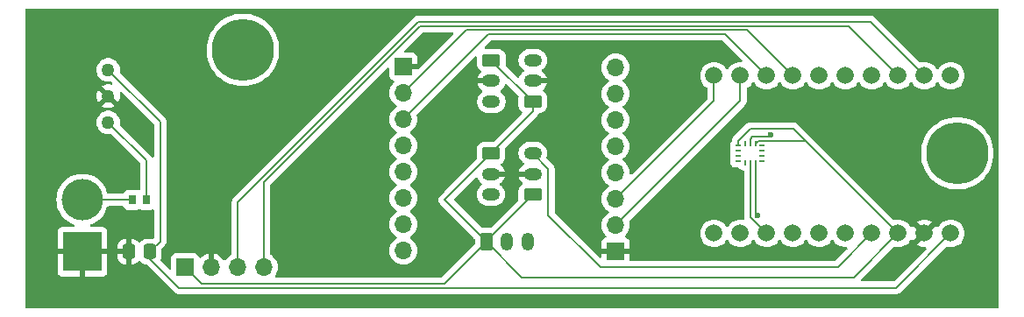
<source format=gtl>
%TF.GenerationSoftware,KiCad,Pcbnew,8.0.4*%
%TF.CreationDate,2024-09-27T18:01:19-04:00*%
%TF.ProjectId,Sp-I,53702d49-2e6b-4696-9361-645f70636258,rev?*%
%TF.SameCoordinates,Original*%
%TF.FileFunction,Copper,L1,Top*%
%TF.FilePolarity,Positive*%
%FSLAX46Y46*%
G04 Gerber Fmt 4.6, Leading zero omitted, Abs format (unit mm)*
G04 Created by KiCad (PCBNEW 8.0.4) date 2024-09-27 18:01:19*
%MOMM*%
%LPD*%
G01*
G04 APERTURE LIST*
G04 Aperture macros list*
%AMRoundRect*
0 Rectangle with rounded corners*
0 $1 Rounding radius*
0 $2 $3 $4 $5 $6 $7 $8 $9 X,Y pos of 4 corners*
0 Add a 4 corners polygon primitive as box body*
4,1,4,$2,$3,$4,$5,$6,$7,$8,$9,$2,$3,0*
0 Add four circle primitives for the rounded corners*
1,1,$1+$1,$2,$3*
1,1,$1+$1,$4,$5*
1,1,$1+$1,$6,$7*
1,1,$1+$1,$8,$9*
0 Add four rect primitives between the rounded corners*
20,1,$1+$1,$2,$3,$4,$5,0*
20,1,$1+$1,$4,$5,$6,$7,0*
20,1,$1+$1,$6,$7,$8,$9,0*
20,1,$1+$1,$8,$9,$2,$3,0*%
G04 Aperture macros list end*
%TA.AperFunction,ComponentPad*%
%ADD10C,6.000000*%
%TD*%
%TA.AperFunction,ComponentPad*%
%ADD11C,1.665000*%
%TD*%
%TA.AperFunction,ComponentPad*%
%ADD12R,1.700000X1.700000*%
%TD*%
%TA.AperFunction,ComponentPad*%
%ADD13O,1.700000X1.700000*%
%TD*%
%TA.AperFunction,SMDPad,CuDef*%
%ADD14RoundRect,0.250000X0.337500X0.475000X-0.337500X0.475000X-0.337500X-0.475000X0.337500X-0.475000X0*%
%TD*%
%TA.AperFunction,ComponentPad*%
%ADD15RoundRect,0.250000X-0.625000X0.350000X-0.625000X-0.350000X0.625000X-0.350000X0.625000X0.350000X0*%
%TD*%
%TA.AperFunction,ComponentPad*%
%ADD16O,1.750000X1.200000*%
%TD*%
%TA.AperFunction,ComponentPad*%
%ADD17RoundRect,0.250000X0.625000X-0.350000X0.625000X0.350000X-0.625000X0.350000X-0.625000X-0.350000X0*%
%TD*%
%TA.AperFunction,SMDPad,CuDef*%
%ADD18R,0.475000X0.250000*%
%TD*%
%TA.AperFunction,SMDPad,CuDef*%
%ADD19R,0.250000X0.475000*%
%TD*%
%TA.AperFunction,ComponentPad*%
%ADD20R,3.800000X3.800000*%
%TD*%
%TA.AperFunction,ComponentPad*%
%ADD21C,4.000000*%
%TD*%
%TA.AperFunction,SMDPad,CuDef*%
%ADD22R,0.698500X0.939800*%
%TD*%
%TA.AperFunction,ComponentPad*%
%ADD23C,1.270000*%
%TD*%
%TA.AperFunction,ComponentPad*%
%ADD24RoundRect,0.250000X-0.350000X-0.625000X0.350000X-0.625000X0.350000X0.625000X-0.350000X0.625000X0*%
%TD*%
%TA.AperFunction,ComponentPad*%
%ADD25O,1.200000X1.750000*%
%TD*%
%TA.AperFunction,ViaPad*%
%ADD26C,0.600000*%
%TD*%
%TA.AperFunction,Conductor*%
%ADD27C,0.200000*%
%TD*%
G04 APERTURE END LIST*
D10*
%TO.P,REF\u002A\u002A,1*%
%TO.N,N/C*%
X121500000Y-124500000D03*
%TD*%
%TO.P,REF\u002A\u002A,1*%
%TO.N,N/C*%
X190500000Y-134500000D03*
%TD*%
D11*
%TO.P,IC1,1,TX1*%
%TO.N,Kill_Switch*%
X184780000Y-127000000D03*
%TO.P,IC1,2,OUT2*%
%TO.N,Left_IR*%
X182240000Y-127000000D03*
%TO.P,IC1,3,LRCLK2*%
%TO.N,Middle_IR*%
X179700000Y-127000000D03*
%TO.P,IC1,4,BCLK2*%
%TO.N,Right_IR*%
X177160000Y-127000000D03*
%TO.P,IC1,5,IN2*%
%TO.N,DIR_L*%
X174620000Y-127000000D03*
%TO.P,IC1,6,OUT1D*%
%TO.N,PWM_L*%
X172080000Y-127000000D03*
%TO.P,IC1,7,RX2*%
%TO.N,DIR_R*%
X169540000Y-127000000D03*
%TO.P,IC1,8,TX2*%
%TO.N,PWM_R*%
X167000000Y-127000000D03*
%TO.P,IC1,17,A3*%
%TO.N,unconnected-(IC1-A3-Pad17)*%
X167000000Y-142240000D03*
%TO.P,IC1,18,A4*%
%TO.N,SDA*%
X169540000Y-142240000D03*
%TO.P,IC1,19,A5*%
%TO.N,SCL*%
X172080000Y-142240000D03*
%TO.P,IC1,20,A6*%
%TO.N,unconnected-(IC1-A6-Pad20)*%
X174620000Y-142240000D03*
%TO.P,IC1,21,A7*%
%TO.N,unconnected-(IC1-A7-Pad21)*%
X177160000Y-142240000D03*
%TO.P,IC1,22,A8*%
%TO.N,Left_Line*%
X179700000Y-142240000D03*
%TO.P,IC1,23,A9*%
%TO.N,Right_Line*%
X182240000Y-142240000D03*
%TO.P,IC1,53,3.3V_(250_M_A_MAX)*%
%TO.N,+3.3V*%
X184780000Y-142240000D03*
%TO.P,IC1,55,VIN_(3.6_TO_5.5_VOLTS)*%
%TO.N,5V*%
X189860000Y-142240000D03*
%TO.P,IC1,57,RX1*%
%TO.N,Start_Module*%
X187320000Y-127000000D03*
%TO.P,IC1,70,GND_5*%
%TO.N,GND*%
X187320000Y-142240000D03*
%TO.P,IC1,71,GND_6*%
%TO.N,unconnected-(IC1-GND_6-Pad71)*%
X189860000Y-127000000D03*
%TD*%
D12*
%TO.P,J8,1,Pin_1*%
%TO.N,GND*%
X137000000Y-126125000D03*
D13*
%TO.P,J8,2,Pin_2*%
%TO.N,DIR_L*%
X137000000Y-128665000D03*
%TO.P,J8,3,Pin_3*%
%TO.N,PWM_L*%
X137000000Y-131205000D03*
%TO.P,J8,4,Pin_4*%
%TO.N,unconnected-(J8-Pin_4-Pad4)*%
X137000000Y-133745000D03*
%TO.P,J8,5,Pin_5*%
%TO.N,unconnected-(J8-Pin_5-Pad5)*%
X137000000Y-136285000D03*
%TO.P,J8,6,Pin_6*%
%TO.N,unconnected-(J8-Pin_6-Pad6)*%
X137000000Y-138825000D03*
%TO.P,J8,7,Pin_7*%
%TO.N,unconnected-(J8-Pin_7-Pad7)*%
X137000000Y-141365000D03*
%TO.P,J8,8,Pin_8*%
%TO.N,unconnected-(J8-Pin_8-Pad8)*%
X137000000Y-143905000D03*
%TD*%
D14*
%TO.P,C6,1*%
%TO.N,5V*%
X112537500Y-144000000D03*
%TO.P,C6,2*%
%TO.N,GND*%
X110462500Y-144000000D03*
%TD*%
D15*
%TO.P,J2,1,Pin_1*%
%TO.N,+3.3V*%
X145450000Y-134500000D03*
D16*
%TO.P,J2,2,Pin_2*%
%TO.N,GND*%
X145450000Y-136500000D03*
%TO.P,J2,3,Pin_3*%
%TO.N,Middle_IR*%
X145450000Y-138500000D03*
%TD*%
D17*
%TO.P,J3,1,Pin_1*%
%TO.N,+3.3V*%
X149500000Y-129500000D03*
D16*
%TO.P,J3,2,Pin_2*%
%TO.N,GND*%
X149500000Y-127500000D03*
%TO.P,J3,3,Pin_3*%
%TO.N,Right_IR*%
X149500000Y-125500000D03*
%TD*%
D18*
%TO.P,MT1,1,AP_SDO/AP_AD0*%
%TO.N,unconnected-(MT1-AP_SDO{slash}AP_AD0-Pad1)*%
X171662500Y-135250000D03*
%TO.P,MT1,2,RESV*%
%TO.N,unconnected-(MT1-RESV-Pad2)*%
X171662500Y-134750000D03*
%TO.P,MT1,3,RESV__1*%
%TO.N,unconnected-(MT1-RESV__1-Pad3)*%
X171662500Y-134250000D03*
%TO.P,MT1,4,INT1/INT*%
%TO.N,unconnected-(MT1-INT1{slash}INT-Pad4)*%
X171662500Y-133750000D03*
D19*
%TO.P,MT1,5,VDDIO*%
%TO.N,+3.3V*%
X171000000Y-133587500D03*
%TO.P,MT1,6,GND*%
%TO.N,GND*%
X170500000Y-133587500D03*
%TO.P,MT1,7,FSYNC*%
%TO.N,unconnected-(MT1-FSYNC-Pad7)*%
X170000000Y-133587500D03*
D18*
%TO.P,MT1,8,VDD*%
%TO.N,+3.3V*%
X169337500Y-133750000D03*
%TO.P,MT1,9,INT2*%
%TO.N,unconnected-(MT1-INT2-Pad9)*%
X169337500Y-134250000D03*
%TO.P,MT1,10,RESV__2*%
%TO.N,unconnected-(MT1-RESV__2-Pad10)*%
X169337500Y-134750000D03*
%TO.P,MT1,11,RESV__3*%
%TO.N,unconnected-(MT1-RESV__3-Pad11)*%
X169337500Y-135250000D03*
D19*
%TO.P,MT1,12,AP_CS*%
%TO.N,unconnected-(MT1-AP_CS-Pad12)*%
X170000000Y-135412500D03*
%TO.P,MT1,13,AP_SCL/AP_SCLK*%
%TO.N,SCL*%
X170500000Y-135412500D03*
%TO.P,MT1,14,AP_SDA/AP_SDIO/AP_SDI*%
%TO.N,SDA*%
X171000000Y-135412500D03*
%TD*%
D12*
%TO.P,J7,1,Pin_1*%
%TO.N,GND*%
X157500000Y-144000000D03*
D13*
%TO.P,J7,2,Pin_2*%
%TO.N,DIR_R*%
X157500000Y-141460000D03*
%TO.P,J7,3,Pin_3*%
%TO.N,PWM_R*%
X157500000Y-138920000D03*
%TO.P,J7,4,Pin_4*%
%TO.N,unconnected-(J7-Pin_4-Pad4)*%
X157500000Y-136380000D03*
%TO.P,J7,5,Pin_5*%
%TO.N,unconnected-(J7-Pin_5-Pad5)*%
X157500000Y-133840000D03*
%TO.P,J7,6,Pin_6*%
%TO.N,unconnected-(J7-Pin_6-Pad6)*%
X157500000Y-131300000D03*
%TO.P,J7,7,Pin_7*%
%TO.N,unconnected-(J7-Pin_7-Pad7)*%
X157500000Y-128760000D03*
%TO.P,J7,8,Pin_8*%
%TO.N,unconnected-(J7-Pin_8-Pad8)*%
X157500000Y-126220000D03*
%TD*%
D20*
%TO.P,J9,1,Pin_1*%
%TO.N,GND*%
X106000000Y-144000000D03*
D21*
%TO.P,J9,2,Pin_2*%
%TO.N,Net-(J9-Pin_2)*%
X106000000Y-139000000D03*
%TD*%
D22*
%TO.P,F1,1*%
%TO.N,Net-(J9-Pin_2)*%
X110820550Y-139000000D03*
%TO.P,F1,2*%
%TO.N,Net-(U1-+VIN)*%
X112179450Y-139000000D03*
%TD*%
D23*
%TO.P,U1,1,+VIN*%
%TO.N,Net-(U1-+VIN)*%
X108500000Y-131500000D03*
%TO.P,U1,2,GND*%
%TO.N,GND*%
X108500000Y-128960000D03*
%TO.P,U1,3,+VOUT*%
%TO.N,5V*%
X108500000Y-126420000D03*
%TD*%
D12*
%TO.P,J4,1,Pin_1*%
%TO.N,+3.3V*%
X115920000Y-145500000D03*
D13*
%TO.P,J4,2,Pin_2*%
%TO.N,GND*%
X118460000Y-145500000D03*
%TO.P,J4,3,Pin_3*%
%TO.N,Start_Module*%
X121000000Y-145500000D03*
%TO.P,J4,4,Pin_4*%
%TO.N,Kill_Switch*%
X123540000Y-145500000D03*
%TD*%
D15*
%TO.P,J1,1,Pin_1*%
%TO.N,+3.3V*%
X145500000Y-125500000D03*
D16*
%TO.P,J1,2,Pin_2*%
%TO.N,GND*%
X145500000Y-127500000D03*
%TO.P,J1,3,Pin_3*%
%TO.N,Left_IR*%
X145500000Y-129500000D03*
%TD*%
D17*
%TO.P,J6,1,Pin_1*%
%TO.N,+3.3V*%
X149500000Y-138500000D03*
D16*
%TO.P,J6,2,Pin_2*%
%TO.N,GND*%
X149500000Y-136500000D03*
%TO.P,J6,3,Pin_3*%
%TO.N,Right_Line*%
X149500000Y-134500000D03*
%TD*%
D24*
%TO.P,J5,1,Pin_1*%
%TO.N,+3.3V*%
X145000000Y-143050000D03*
D25*
%TO.P,J5,2,Pin_2*%
%TO.N,GND*%
X147000000Y-143050000D03*
%TO.P,J5,3,Pin_3*%
%TO.N,Left_Line*%
X149000000Y-143050000D03*
%TD*%
D26*
%TO.N,SDA*%
X171234265Y-140545735D03*
%TO.N,GND*%
X172500000Y-132725000D03*
%TD*%
D27*
%TO.N,+3.3V*%
X174665000Y-132125000D02*
X176020000Y-133480000D01*
X170500000Y-132125000D02*
X174665000Y-132125000D01*
X169337500Y-133750000D02*
X169337500Y-133287500D01*
X169337500Y-133287500D02*
X170500000Y-132125000D01*
%TO.N,GND*%
X172500000Y-132925000D02*
X172500000Y-132725000D01*
X170700000Y-132925000D02*
X172500000Y-132925000D01*
X170500000Y-133125000D02*
X170700000Y-132925000D01*
X170500000Y-133587500D02*
X170500000Y-133125000D01*
%TO.N,+3.3V*%
X145450000Y-134500000D02*
X149500000Y-130450000D01*
X149500000Y-130450000D02*
X149500000Y-129500000D01*
X141000000Y-139000000D02*
X141500000Y-138500000D01*
X144275000Y-142275000D02*
X141000000Y-139000000D01*
X141500000Y-138500000D02*
X141500000Y-138450000D01*
X144275000Y-142325000D02*
X144275000Y-142275000D01*
X145000000Y-143050000D02*
X144275000Y-142325000D01*
X141500000Y-138450000D02*
X145450000Y-134500000D01*
%TO.N,5V*%
X184600000Y-147500000D02*
X115312500Y-147500000D01*
X113509744Y-143027756D02*
X113509744Y-131429744D01*
X189860000Y-142240000D02*
X184600000Y-147500000D01*
X115312500Y-147500000D02*
X112537500Y-144725000D01*
X112537500Y-144725000D02*
X112537500Y-144000000D01*
X113509744Y-131429744D02*
X108500000Y-126420000D01*
X112537500Y-144000000D02*
X113509744Y-143027756D01*
%TO.N,Net-(U1-+VIN)*%
X112179450Y-139000000D02*
X112179450Y-135179450D01*
X112179450Y-135179450D02*
X108500000Y-131500000D01*
%TO.N,Net-(J9-Pin_2)*%
X106000000Y-139000000D02*
X110820550Y-139000000D01*
%TO.N,DIR_R*%
X169540000Y-127000000D02*
X169540000Y-129420000D01*
X169540000Y-129420000D02*
X157500000Y-141460000D01*
%TO.N,Kill_Switch*%
X123540000Y-137285000D02*
X123540000Y-145500000D01*
X179980000Y-122200000D02*
X138625000Y-122200000D01*
X184780000Y-127000000D02*
X179980000Y-122200000D01*
X138625000Y-122200000D02*
X123540000Y-137285000D01*
%TO.N,DIR_L*%
X174620000Y-127000000D02*
X170220000Y-122600000D01*
X143065000Y-122600000D02*
X137000000Y-128665000D01*
X170220000Y-122600000D02*
X143065000Y-122600000D01*
%TO.N,Start_Module*%
X121000000Y-139259314D02*
X121000000Y-145500000D01*
X187320000Y-127000000D02*
X182120000Y-121800000D01*
X182120000Y-121800000D02*
X138459314Y-121800000D01*
X138459314Y-121800000D02*
X121000000Y-139259314D01*
%TO.N,SCL*%
X170500000Y-140660000D02*
X172080000Y-142240000D01*
X170500000Y-135412500D02*
X170500000Y-140660000D01*
%TO.N,Right_Line*%
X182240000Y-142240000D02*
X178980000Y-145500000D01*
X156000000Y-145500000D02*
X151000000Y-140500000D01*
X151000000Y-140500000D02*
X151000000Y-136000000D01*
X151000000Y-136000000D02*
X149500000Y-134500000D01*
X178980000Y-145500000D02*
X156000000Y-145500000D01*
%TO.N,SDA*%
X171234265Y-140545735D02*
X171000000Y-140311470D01*
X171000000Y-140311470D02*
X171000000Y-135412500D01*
%TO.N,PWM_R*%
X167000000Y-127000000D02*
X167000000Y-129420000D01*
X167000000Y-129420000D02*
X157500000Y-138920000D01*
%TO.N,+3.3V*%
X149500000Y-129500000D02*
X145500000Y-125500000D01*
X115920000Y-145500000D02*
X117520000Y-147100000D01*
X171262500Y-133325000D02*
X175865000Y-133325000D01*
X145500000Y-125500000D02*
X144950000Y-125500000D01*
X149500000Y-138500000D02*
X145000000Y-143000000D01*
X117520000Y-147100000D02*
X140950000Y-147100000D01*
X148450000Y-146500000D02*
X145000000Y-143050000D01*
X184780000Y-142240000D02*
X180520000Y-146500000D01*
X140950000Y-147100000D02*
X145000000Y-143050000D01*
X175865000Y-133325000D02*
X176020000Y-133480000D01*
X149050000Y-129500000D02*
X149500000Y-129500000D01*
X176020000Y-133480000D02*
X184780000Y-142240000D01*
X180520000Y-146500000D02*
X148450000Y-146500000D01*
X145000000Y-143000000D02*
X145000000Y-143050000D01*
X171000000Y-133587500D02*
X171262500Y-133325000D01*
%TO.N,PWM_L*%
X172080000Y-127000000D02*
X168080000Y-123000000D01*
X145205000Y-123000000D02*
X137000000Y-131205000D01*
X168080000Y-123000000D02*
X145205000Y-123000000D01*
%TD*%
%TA.AperFunction,Conductor*%
%TO.N,GND*%
G36*
X186802822Y-142454222D02*
G01*
X186875890Y-142580778D01*
X186979222Y-142684110D01*
X187105778Y-142757178D01*
X187145682Y-142767870D01*
X186571190Y-143342360D01*
X186651209Y-143398388D01*
X186862515Y-143496921D01*
X186862521Y-143496924D01*
X187087727Y-143557268D01*
X187087735Y-143557269D01*
X187319998Y-143577590D01*
X187319999Y-143577590D01*
X187367642Y-143573421D01*
X187436142Y-143587187D01*
X187486326Y-143635801D01*
X187502260Y-143703830D01*
X187478886Y-143769673D01*
X187466132Y-143784630D01*
X184387584Y-146863181D01*
X184326261Y-146896666D01*
X184299903Y-146899500D01*
X181269096Y-146899500D01*
X181202057Y-146879815D01*
X181156302Y-146827011D01*
X181146358Y-146757853D01*
X181175383Y-146694297D01*
X181181415Y-146687819D01*
X182676241Y-145192993D01*
X184310759Y-143558475D01*
X184372080Y-143524992D01*
X184430531Y-143526383D01*
X184472784Y-143537704D01*
X184547643Y-143557763D01*
X184726611Y-143573421D01*
X184779999Y-143578092D01*
X184780000Y-143578092D01*
X184780001Y-143578092D01*
X184827102Y-143573971D01*
X185012357Y-143557763D01*
X185237654Y-143497395D01*
X185449046Y-143398822D01*
X185640109Y-143265038D01*
X185805038Y-143100109D01*
X185938822Y-142909046D01*
X185938826Y-142909035D01*
X185941527Y-142904360D01*
X185943016Y-142905219D01*
X185984060Y-142858600D01*
X186051252Y-142839444D01*
X186118134Y-142859655D01*
X186157401Y-142904971D01*
X186158905Y-142904104D01*
X186161613Y-142908795D01*
X186217638Y-142988807D01*
X186217639Y-142988808D01*
X186792129Y-142414317D01*
X186802822Y-142454222D01*
G37*
%TD.AperFunction*%
%TA.AperFunction,Conductor*%
G36*
X144043834Y-125112913D02*
G01*
X144099767Y-125154785D01*
X144124184Y-125220249D01*
X144124500Y-125229095D01*
X144124500Y-125900001D01*
X144124501Y-125900019D01*
X144135000Y-126002796D01*
X144135001Y-126002799D01*
X144190185Y-126169331D01*
X144190186Y-126169334D01*
X144282288Y-126318656D01*
X144406344Y-126442712D01*
X144470981Y-126482580D01*
X144517705Y-126534526D01*
X144528928Y-126603489D01*
X144501085Y-126667571D01*
X144493566Y-126675799D01*
X144385964Y-126783401D01*
X144284195Y-126923475D01*
X144205591Y-127077744D01*
X144152085Y-127242415D01*
X144150884Y-127249999D01*
X144150885Y-127250000D01*
X145219670Y-127250000D01*
X145199925Y-127269745D01*
X145150556Y-127355255D01*
X145125000Y-127450630D01*
X145125000Y-127549370D01*
X145150556Y-127644745D01*
X145199925Y-127730255D01*
X145219670Y-127750000D01*
X144150885Y-127750000D01*
X144152085Y-127757584D01*
X144205591Y-127922255D01*
X144284195Y-128076524D01*
X144385967Y-128216602D01*
X144508401Y-128339036D01*
X144591447Y-128399371D01*
X144634114Y-128454701D01*
X144640093Y-128524314D01*
X144607488Y-128586109D01*
X144591450Y-128600007D01*
X144508072Y-128660585D01*
X144385588Y-128783069D01*
X144385588Y-128783070D01*
X144385586Y-128783072D01*
X144351009Y-128830663D01*
X144283768Y-128923211D01*
X144205128Y-129077552D01*
X144151597Y-129242302D01*
X144124500Y-129413389D01*
X144124500Y-129586610D01*
X144143012Y-129703495D01*
X144151598Y-129757701D01*
X144205127Y-129922445D01*
X144283768Y-130076788D01*
X144385586Y-130216928D01*
X144508072Y-130339414D01*
X144648212Y-130441232D01*
X144802555Y-130519873D01*
X144967299Y-130573402D01*
X145138389Y-130600500D01*
X145138390Y-130600500D01*
X145861610Y-130600500D01*
X145861611Y-130600500D01*
X146032701Y-130573402D01*
X146197445Y-130519873D01*
X146351788Y-130441232D01*
X146491928Y-130339414D01*
X146614414Y-130216928D01*
X146716232Y-130076788D01*
X146794873Y-129922445D01*
X146848402Y-129757701D01*
X146875500Y-129586611D01*
X146875500Y-129413389D01*
X146848402Y-129242299D01*
X146794873Y-129077555D01*
X146716232Y-128923212D01*
X146614414Y-128783072D01*
X146491928Y-128660586D01*
X146408550Y-128600008D01*
X146365885Y-128544677D01*
X146359906Y-128475064D01*
X146392512Y-128413269D01*
X146408552Y-128399371D01*
X146491598Y-128339036D01*
X146614032Y-128216602D01*
X146715804Y-128076524D01*
X146794408Y-127922256D01*
X146800204Y-127904418D01*
X146839640Y-127846741D01*
X146903998Y-127819542D01*
X146972845Y-127831454D01*
X147005817Y-127855052D01*
X148094537Y-128943772D01*
X148128022Y-129005095D01*
X148130214Y-129044055D01*
X148124500Y-129099981D01*
X148124500Y-129900001D01*
X148124501Y-129900019D01*
X148135000Y-130002796D01*
X148135001Y-130002799D01*
X148190185Y-130169331D01*
X148190187Y-130169336D01*
X148282289Y-130318657D01*
X148406345Y-130442713D01*
X148416489Y-130448969D01*
X148428548Y-130456408D01*
X148475274Y-130508354D01*
X148486498Y-130577316D01*
X148458656Y-130641399D01*
X148451135Y-130649628D01*
X145737582Y-133363181D01*
X145676259Y-133396666D01*
X145649901Y-133399500D01*
X144774998Y-133399500D01*
X144774980Y-133399501D01*
X144672203Y-133410000D01*
X144672200Y-133410001D01*
X144505668Y-133465185D01*
X144505663Y-133465187D01*
X144356342Y-133557289D01*
X144232289Y-133681342D01*
X144140187Y-133830663D01*
X144140186Y-133830666D01*
X144085001Y-133997203D01*
X144085001Y-133997204D01*
X144085000Y-133997204D01*
X144074500Y-134099983D01*
X144074500Y-134900001D01*
X144074502Y-134900022D01*
X144080214Y-134955945D01*
X144067443Y-135024638D01*
X144044537Y-135056226D01*
X141131286Y-137969478D01*
X141019481Y-138081282D01*
X141019479Y-138081285D01*
X141000452Y-138114240D01*
X140969360Y-138168095D01*
X140969358Y-138168098D01*
X140959339Y-138185449D01*
X140939638Y-138211124D01*
X140631284Y-138519481D01*
X140519480Y-138631284D01*
X140440423Y-138768214D01*
X140440423Y-138768215D01*
X140399499Y-138920943D01*
X140399499Y-138920945D01*
X140399499Y-139079054D01*
X140399498Y-139079054D01*
X140419959Y-139155413D01*
X140440423Y-139231785D01*
X140519481Y-139368716D01*
X140519483Y-139368718D01*
X143714632Y-142563867D01*
X143734336Y-142589544D01*
X143744359Y-142606903D01*
X143744361Y-142606908D01*
X143794475Y-142693709D01*
X143794481Y-142693717D01*
X143863181Y-142762417D01*
X143896666Y-142823740D01*
X143899500Y-142850098D01*
X143899500Y-143249902D01*
X143879815Y-143316941D01*
X143863181Y-143337583D01*
X140737584Y-146463181D01*
X140676261Y-146496666D01*
X140649903Y-146499500D01*
X124727001Y-146499500D01*
X124659962Y-146479815D01*
X124614207Y-146427011D01*
X124604263Y-146357853D01*
X124625426Y-146304376D01*
X124658466Y-146257190D01*
X124714035Y-146177830D01*
X124813903Y-145963663D01*
X124875063Y-145735408D01*
X124895659Y-145500000D01*
X124875063Y-145264592D01*
X124825344Y-145079035D01*
X124813905Y-145036344D01*
X124813904Y-145036343D01*
X124813903Y-145036337D01*
X124714035Y-144822171D01*
X124708731Y-144814595D01*
X124578494Y-144628597D01*
X124411402Y-144461506D01*
X124411395Y-144461501D01*
X124402770Y-144455462D01*
X124334518Y-144407671D01*
X124217831Y-144325965D01*
X124217826Y-144325962D01*
X124212091Y-144323288D01*
X124159653Y-144277113D01*
X124140500Y-144210908D01*
X124140500Y-137585097D01*
X124160185Y-137518058D01*
X124176819Y-137497416D01*
X131504904Y-130169331D01*
X135438320Y-126235915D01*
X135499642Y-126202431D01*
X135569334Y-126207415D01*
X135625267Y-126249287D01*
X135649684Y-126314751D01*
X135650000Y-126323597D01*
X135650000Y-127022844D01*
X135656401Y-127082372D01*
X135656403Y-127082379D01*
X135706645Y-127217086D01*
X135706649Y-127217093D01*
X135792809Y-127332187D01*
X135792812Y-127332190D01*
X135907906Y-127418350D01*
X135907913Y-127418354D01*
X136039470Y-127467421D01*
X136095403Y-127509292D01*
X136119821Y-127574756D01*
X136104970Y-127643029D01*
X136083819Y-127671284D01*
X135961503Y-127793600D01*
X135825965Y-127987169D01*
X135825964Y-127987171D01*
X135726098Y-128201335D01*
X135726094Y-128201344D01*
X135664938Y-128429586D01*
X135664936Y-128429596D01*
X135644341Y-128664999D01*
X135644341Y-128665000D01*
X135664936Y-128900403D01*
X135664938Y-128900413D01*
X135726094Y-129128655D01*
X135726096Y-129128659D01*
X135726097Y-129128663D01*
X135812313Y-129313553D01*
X135825965Y-129342830D01*
X135825967Y-129342834D01*
X135961501Y-129536395D01*
X135961506Y-129536402D01*
X136128597Y-129703493D01*
X136128603Y-129703498D01*
X136314158Y-129833425D01*
X136357783Y-129888002D01*
X136364977Y-129957500D01*
X136333454Y-130019855D01*
X136314158Y-130036575D01*
X136128597Y-130166505D01*
X135961505Y-130333597D01*
X135825965Y-130527169D01*
X135825964Y-130527171D01*
X135726098Y-130741335D01*
X135726094Y-130741344D01*
X135664938Y-130969586D01*
X135664936Y-130969596D01*
X135644341Y-131204998D01*
X135664936Y-131440403D01*
X135664938Y-131440413D01*
X135726094Y-131668655D01*
X135726096Y-131668659D01*
X135726097Y-131668663D01*
X135770397Y-131763664D01*
X135825965Y-131882830D01*
X135825967Y-131882834D01*
X135961501Y-132076395D01*
X135961506Y-132076402D01*
X136128597Y-132243493D01*
X136128603Y-132243498D01*
X136314158Y-132373425D01*
X136357783Y-132428002D01*
X136364977Y-132497500D01*
X136333454Y-132559855D01*
X136314158Y-132576575D01*
X136128597Y-132706505D01*
X135961505Y-132873597D01*
X135825965Y-133067169D01*
X135825964Y-133067171D01*
X135726098Y-133281335D01*
X135726094Y-133281344D01*
X135664938Y-133509586D01*
X135664936Y-133509596D01*
X135644341Y-133744999D01*
X135644341Y-133745000D01*
X135664936Y-133980403D01*
X135664938Y-133980413D01*
X135726094Y-134208655D01*
X135726096Y-134208659D01*
X135726097Y-134208663D01*
X135770397Y-134303664D01*
X135825965Y-134422830D01*
X135825967Y-134422834D01*
X135961501Y-134616395D01*
X135961506Y-134616402D01*
X136128597Y-134783493D01*
X136128603Y-134783498D01*
X136314158Y-134913425D01*
X136357783Y-134968002D01*
X136364977Y-135037500D01*
X136333454Y-135099855D01*
X136314158Y-135116575D01*
X136128597Y-135246505D01*
X135961505Y-135413597D01*
X135825965Y-135607169D01*
X135825964Y-135607171D01*
X135726098Y-135821335D01*
X135726094Y-135821344D01*
X135664938Y-136049586D01*
X135664936Y-136049596D01*
X135644341Y-136284999D01*
X135644341Y-136285000D01*
X135664936Y-136520403D01*
X135664938Y-136520413D01*
X135726094Y-136748655D01*
X135726096Y-136748659D01*
X135726097Y-136748663D01*
X135798725Y-136904414D01*
X135825965Y-136962830D01*
X135825967Y-136962834D01*
X135961501Y-137156395D01*
X135961506Y-137156402D01*
X136128597Y-137323493D01*
X136128603Y-137323498D01*
X136314158Y-137453425D01*
X136357783Y-137508002D01*
X136364977Y-137577500D01*
X136333454Y-137639855D01*
X136314158Y-137656575D01*
X136128597Y-137786505D01*
X135961505Y-137953597D01*
X135825965Y-138147169D01*
X135825964Y-138147171D01*
X135726098Y-138361335D01*
X135726094Y-138361344D01*
X135664938Y-138589586D01*
X135664936Y-138589596D01*
X135644341Y-138824999D01*
X135644341Y-138825000D01*
X135664936Y-139060403D01*
X135664938Y-139060413D01*
X135726094Y-139288655D01*
X135726096Y-139288659D01*
X135726097Y-139288663D01*
X135770397Y-139383664D01*
X135825965Y-139502830D01*
X135825967Y-139502834D01*
X135961501Y-139696395D01*
X135961506Y-139696402D01*
X136128597Y-139863493D01*
X136128603Y-139863498D01*
X136314158Y-139993425D01*
X136357783Y-140048002D01*
X136364977Y-140117500D01*
X136333454Y-140179855D01*
X136314158Y-140196575D01*
X136128597Y-140326505D01*
X135961505Y-140493597D01*
X135825965Y-140687169D01*
X135825964Y-140687171D01*
X135726098Y-140901335D01*
X135726094Y-140901344D01*
X135664938Y-141129586D01*
X135664936Y-141129596D01*
X135644341Y-141364999D01*
X135644341Y-141365000D01*
X135664936Y-141600403D01*
X135664938Y-141600413D01*
X135726094Y-141828655D01*
X135726096Y-141828659D01*
X135726097Y-141828663D01*
X135825965Y-142042830D01*
X135825967Y-142042834D01*
X135961501Y-142236395D01*
X135961506Y-142236402D01*
X136128597Y-142403493D01*
X136128603Y-142403498D01*
X136314158Y-142533425D01*
X136357783Y-142588002D01*
X136364977Y-142657500D01*
X136333454Y-142719855D01*
X136314158Y-142736575D01*
X136128597Y-142866505D01*
X135961505Y-143033597D01*
X135825965Y-143227169D01*
X135825964Y-143227171D01*
X135726098Y-143441335D01*
X135726094Y-143441344D01*
X135664938Y-143669586D01*
X135664936Y-143669596D01*
X135644341Y-143904999D01*
X135644341Y-143905000D01*
X135664936Y-144140403D01*
X135664938Y-144140413D01*
X135726094Y-144368655D01*
X135726096Y-144368659D01*
X135726097Y-144368663D01*
X135771451Y-144465925D01*
X135825965Y-144582830D01*
X135825967Y-144582834D01*
X135913298Y-144707554D01*
X135961505Y-144776401D01*
X136128599Y-144943495D01*
X136225384Y-145011265D01*
X136322165Y-145079032D01*
X136322167Y-145079033D01*
X136322170Y-145079035D01*
X136536337Y-145178903D01*
X136764592Y-145240063D01*
X136952918Y-145256539D01*
X136999999Y-145260659D01*
X137000000Y-145260659D01*
X137000001Y-145260659D01*
X137039234Y-145257226D01*
X137235408Y-145240063D01*
X137463663Y-145178903D01*
X137677830Y-145079035D01*
X137871401Y-144943495D01*
X138038495Y-144776401D01*
X138174035Y-144582830D01*
X138273903Y-144368663D01*
X138335063Y-144140408D01*
X138355659Y-143905000D01*
X138335063Y-143669592D01*
X138282926Y-143475013D01*
X138273905Y-143441344D01*
X138273904Y-143441343D01*
X138273903Y-143441337D01*
X138174035Y-143227171D01*
X138159124Y-143205875D01*
X138038494Y-143033597D01*
X137871402Y-142866506D01*
X137871396Y-142866501D01*
X137685842Y-142736575D01*
X137642217Y-142681998D01*
X137635023Y-142612500D01*
X137666546Y-142550145D01*
X137685842Y-142533425D01*
X137799682Y-142453713D01*
X137871401Y-142403495D01*
X138038495Y-142236401D01*
X138174035Y-142042830D01*
X138273903Y-141828663D01*
X138335063Y-141600408D01*
X138355659Y-141365000D01*
X138355283Y-141360708D01*
X138343375Y-141224596D01*
X138335063Y-141129592D01*
X138281711Y-140930476D01*
X138273905Y-140901344D01*
X138273904Y-140901343D01*
X138273903Y-140901337D01*
X138174035Y-140687171D01*
X138105015Y-140588599D01*
X138038494Y-140493597D01*
X137871402Y-140326506D01*
X137871396Y-140326501D01*
X137685842Y-140196575D01*
X137642217Y-140141998D01*
X137635023Y-140072500D01*
X137666546Y-140010145D01*
X137685842Y-139993425D01*
X137743492Y-139953058D01*
X137871401Y-139863495D01*
X138038495Y-139696401D01*
X138174035Y-139502830D01*
X138273903Y-139288663D01*
X138335063Y-139060408D01*
X138355659Y-138825000D01*
X138335063Y-138589592D01*
X138273903Y-138361337D01*
X138174035Y-138147171D01*
X138141000Y-138099991D01*
X138038494Y-137953597D01*
X137871402Y-137786506D01*
X137871396Y-137786501D01*
X137685842Y-137656575D01*
X137642217Y-137601998D01*
X137635023Y-137532500D01*
X137666546Y-137470145D01*
X137685842Y-137453425D01*
X137735730Y-137418493D01*
X137871401Y-137323495D01*
X138038495Y-137156401D01*
X138174035Y-136962830D01*
X138273903Y-136748663D01*
X138335063Y-136520408D01*
X138355659Y-136285000D01*
X138335063Y-136049592D01*
X138288415Y-135875498D01*
X138273905Y-135821344D01*
X138273904Y-135821343D01*
X138273903Y-135821337D01*
X138174035Y-135607171D01*
X138169364Y-135600499D01*
X138038494Y-135413597D01*
X137871402Y-135246506D01*
X137871396Y-135246501D01*
X137685842Y-135116575D01*
X137642217Y-135061998D01*
X137635023Y-134992500D01*
X137666546Y-134930145D01*
X137685842Y-134913425D01*
X137781058Y-134846754D01*
X137871401Y-134783495D01*
X138038495Y-134616401D01*
X138174035Y-134422830D01*
X138273903Y-134208663D01*
X138335063Y-133980408D01*
X138355659Y-133745000D01*
X138335063Y-133509592D01*
X138273903Y-133281337D01*
X138174035Y-133067171D01*
X138166014Y-133055715D01*
X138038494Y-132873597D01*
X137871402Y-132706506D01*
X137871396Y-132706501D01*
X137685842Y-132576575D01*
X137642217Y-132521998D01*
X137635023Y-132452500D01*
X137666546Y-132390145D01*
X137685842Y-132373425D01*
X137735730Y-132338493D01*
X137871401Y-132243495D01*
X138038495Y-132076401D01*
X138174035Y-131882830D01*
X138273903Y-131668663D01*
X138335063Y-131440408D01*
X138355659Y-131205000D01*
X138352269Y-131166258D01*
X138343375Y-131064596D01*
X138335063Y-130969592D01*
X138300671Y-130841239D01*
X138302334Y-130771393D01*
X138332763Y-130721470D01*
X143912821Y-125141412D01*
X143974142Y-125107929D01*
X144043834Y-125112913D01*
G37*
%TD.AperFunction*%
%TA.AperFunction,Conductor*%
G36*
X167846942Y-123620185D02*
G01*
X167867584Y-123636819D01*
X169685584Y-125454819D01*
X169719069Y-125516142D01*
X169714085Y-125585834D01*
X169672213Y-125641767D01*
X169606749Y-125666184D01*
X169587096Y-125666028D01*
X169540002Y-125661908D01*
X169539999Y-125661908D01*
X169307647Y-125682236D01*
X169307637Y-125682238D01*
X169082353Y-125742602D01*
X169082339Y-125742607D01*
X168870957Y-125841176D01*
X168870955Y-125841177D01*
X168870954Y-125841178D01*
X168679891Y-125974962D01*
X168679889Y-125974963D01*
X168679886Y-125974966D01*
X168514966Y-126139886D01*
X168514963Y-126139889D01*
X168514962Y-126139891D01*
X168436006Y-126252652D01*
X168381177Y-126330955D01*
X168378473Y-126335640D01*
X168376824Y-126334688D01*
X168336199Y-126380818D01*
X168269003Y-126399963D01*
X168202124Y-126379740D01*
X168163115Y-126334722D01*
X168161527Y-126335640D01*
X168158822Y-126330955D01*
X168158822Y-126330954D01*
X168025038Y-126139891D01*
X167860109Y-125974962D01*
X167669046Y-125841178D01*
X167669042Y-125841176D01*
X167457660Y-125742607D01*
X167457646Y-125742602D01*
X167232362Y-125682238D01*
X167232352Y-125682236D01*
X167000001Y-125661908D01*
X166999999Y-125661908D01*
X166767647Y-125682236D01*
X166767637Y-125682238D01*
X166542353Y-125742602D01*
X166542339Y-125742607D01*
X166330957Y-125841176D01*
X166330955Y-125841177D01*
X166330954Y-125841178D01*
X166139891Y-125974962D01*
X166139889Y-125974963D01*
X166139886Y-125974966D01*
X165974966Y-126139886D01*
X165974963Y-126139889D01*
X165974962Y-126139891D01*
X165896006Y-126252652D01*
X165841177Y-126330955D01*
X165841176Y-126330957D01*
X165742607Y-126542339D01*
X165742602Y-126542353D01*
X165682238Y-126767637D01*
X165682236Y-126767647D01*
X165661908Y-126999999D01*
X165661908Y-127000000D01*
X165682236Y-127232352D01*
X165682238Y-127232362D01*
X165742602Y-127457646D01*
X165742607Y-127457660D01*
X165788231Y-127555500D01*
X165841178Y-127669046D01*
X165974962Y-127860109D01*
X166139891Y-128025038D01*
X166330954Y-128158822D01*
X166330959Y-128158824D01*
X166335640Y-128161527D01*
X166334607Y-128163315D01*
X166380317Y-128203528D01*
X166399500Y-128269781D01*
X166399500Y-129119902D01*
X166379815Y-129186941D01*
X166363181Y-129207583D01*
X159064432Y-136506331D01*
X159003109Y-136539816D01*
X158933417Y-136534832D01*
X158877484Y-136492960D01*
X158853067Y-136427496D01*
X158853223Y-136407842D01*
X158855659Y-136380000D01*
X158855659Y-136379999D01*
X158846007Y-136269685D01*
X158835063Y-136144592D01*
X158776422Y-135925739D01*
X158773905Y-135916344D01*
X158773904Y-135916343D01*
X158773903Y-135916337D01*
X158674035Y-135702171D01*
X158655570Y-135675799D01*
X158538494Y-135508597D01*
X158371402Y-135341506D01*
X158371396Y-135341501D01*
X158185842Y-135211575D01*
X158142217Y-135156998D01*
X158135023Y-135087500D01*
X158166546Y-135025145D01*
X158185842Y-135008425D01*
X158286692Y-134937809D01*
X158371401Y-134878495D01*
X158538495Y-134711401D01*
X158674035Y-134517830D01*
X158773903Y-134303663D01*
X158835063Y-134075408D01*
X158855659Y-133840000D01*
X158835063Y-133604592D01*
X158780110Y-133399501D01*
X158773905Y-133376344D01*
X158773904Y-133376343D01*
X158773903Y-133376337D01*
X158674035Y-133162171D01*
X158612483Y-133074264D01*
X158538494Y-132968597D01*
X158371402Y-132801506D01*
X158371396Y-132801501D01*
X158185842Y-132671575D01*
X158142217Y-132616998D01*
X158135023Y-132547500D01*
X158166546Y-132485145D01*
X158185842Y-132468425D01*
X158243572Y-132428002D01*
X158371401Y-132338495D01*
X158538495Y-132171401D01*
X158674035Y-131977830D01*
X158773903Y-131763663D01*
X158835063Y-131535408D01*
X158855659Y-131300000D01*
X158835063Y-131064592D01*
X158773903Y-130836337D01*
X158674035Y-130622171D01*
X158658916Y-130600578D01*
X158538494Y-130428597D01*
X158371402Y-130261506D01*
X158371396Y-130261501D01*
X158185842Y-130131575D01*
X158142217Y-130076998D01*
X158135023Y-130007500D01*
X158166546Y-129945145D01*
X158185842Y-129928425D01*
X158226424Y-129900009D01*
X158371401Y-129798495D01*
X158538495Y-129631401D01*
X158674035Y-129437830D01*
X158773903Y-129223663D01*
X158835063Y-128995408D01*
X158855659Y-128760000D01*
X158835063Y-128524592D01*
X158779644Y-128317763D01*
X158773905Y-128296344D01*
X158773904Y-128296343D01*
X158773903Y-128296337D01*
X158674035Y-128082171D01*
X158634031Y-128025038D01*
X158538494Y-127888597D01*
X158371402Y-127721506D01*
X158371396Y-127721501D01*
X158185842Y-127591575D01*
X158142217Y-127536998D01*
X158135023Y-127467500D01*
X158166546Y-127405145D01*
X158185842Y-127388425D01*
X158208026Y-127372891D01*
X158371401Y-127258495D01*
X158538495Y-127091401D01*
X158674035Y-126897830D01*
X158773903Y-126683663D01*
X158835063Y-126455408D01*
X158855659Y-126220000D01*
X158835063Y-125984592D01*
X158788626Y-125811285D01*
X158773905Y-125756344D01*
X158773904Y-125756343D01*
X158773903Y-125756337D01*
X158674035Y-125542171D01*
X158655810Y-125516142D01*
X158538494Y-125348597D01*
X158371402Y-125181506D01*
X158371395Y-125181501D01*
X158177834Y-125045967D01*
X158177830Y-125045965D01*
X158149825Y-125032906D01*
X157963663Y-124946097D01*
X157963659Y-124946096D01*
X157963655Y-124946094D01*
X157735413Y-124884938D01*
X157735403Y-124884936D01*
X157500001Y-124864341D01*
X157499999Y-124864341D01*
X157264596Y-124884936D01*
X157264586Y-124884938D01*
X157036344Y-124946094D01*
X157036335Y-124946098D01*
X156822171Y-125045964D01*
X156822169Y-125045965D01*
X156628597Y-125181505D01*
X156461505Y-125348597D01*
X156325965Y-125542169D01*
X156325964Y-125542171D01*
X156226098Y-125756335D01*
X156226094Y-125756344D01*
X156164938Y-125984586D01*
X156164936Y-125984596D01*
X156144341Y-126219999D01*
X156144341Y-126220000D01*
X156164936Y-126455403D01*
X156164938Y-126455413D01*
X156226094Y-126683655D01*
X156226096Y-126683659D01*
X156226097Y-126683663D01*
X156272604Y-126783397D01*
X156325965Y-126897830D01*
X156325967Y-126897834D01*
X156461501Y-127091395D01*
X156461506Y-127091402D01*
X156628597Y-127258493D01*
X156628603Y-127258498D01*
X156814158Y-127388425D01*
X156857783Y-127443002D01*
X156864977Y-127512500D01*
X156833454Y-127574855D01*
X156814158Y-127591575D01*
X156628597Y-127721505D01*
X156461505Y-127888597D01*
X156325965Y-128082169D01*
X156325964Y-128082171D01*
X156226098Y-128296335D01*
X156226094Y-128296344D01*
X156164938Y-128524586D01*
X156164936Y-128524596D01*
X156144341Y-128759999D01*
X156144341Y-128760000D01*
X156164936Y-128995403D01*
X156164938Y-128995413D01*
X156226094Y-129223655D01*
X156226096Y-129223659D01*
X156226097Y-129223663D01*
X156281666Y-129342830D01*
X156325965Y-129437830D01*
X156325967Y-129437834D01*
X156461501Y-129631395D01*
X156461506Y-129631402D01*
X156628597Y-129798493D01*
X156628603Y-129798498D01*
X156814158Y-129928425D01*
X156857783Y-129983002D01*
X156864977Y-130052500D01*
X156833454Y-130114855D01*
X156814158Y-130131575D01*
X156628597Y-130261505D01*
X156461505Y-130428597D01*
X156325965Y-130622169D01*
X156325964Y-130622171D01*
X156226098Y-130836335D01*
X156226094Y-130836344D01*
X156164938Y-131064586D01*
X156164936Y-131064596D01*
X156144341Y-131299999D01*
X156144341Y-131300000D01*
X156164936Y-131535403D01*
X156164938Y-131535413D01*
X156226094Y-131763655D01*
X156226096Y-131763659D01*
X156226097Y-131763663D01*
X156287366Y-131895054D01*
X156325965Y-131977830D01*
X156325967Y-131977834D01*
X156461501Y-132171395D01*
X156461506Y-132171402D01*
X156628597Y-132338493D01*
X156628603Y-132338498D01*
X156814158Y-132468425D01*
X156857783Y-132523002D01*
X156864977Y-132592500D01*
X156833454Y-132654855D01*
X156814158Y-132671575D01*
X156628597Y-132801505D01*
X156461505Y-132968597D01*
X156325965Y-133162169D01*
X156325964Y-133162171D01*
X156226098Y-133376335D01*
X156226094Y-133376344D01*
X156164938Y-133604586D01*
X156164936Y-133604596D01*
X156144341Y-133839999D01*
X156144341Y-133840000D01*
X156164936Y-134075403D01*
X156164938Y-134075413D01*
X156226094Y-134303655D01*
X156226096Y-134303659D01*
X156226097Y-134303663D01*
X156309482Y-134482483D01*
X156325965Y-134517830D01*
X156325967Y-134517834D01*
X156461501Y-134711395D01*
X156461506Y-134711402D01*
X156628597Y-134878493D01*
X156628603Y-134878498D01*
X156814158Y-135008425D01*
X156857783Y-135063002D01*
X156864977Y-135132500D01*
X156833454Y-135194855D01*
X156814158Y-135211575D01*
X156628597Y-135341505D01*
X156461505Y-135508597D01*
X156325965Y-135702169D01*
X156325964Y-135702171D01*
X156226098Y-135916335D01*
X156226094Y-135916344D01*
X156164938Y-136144586D01*
X156164936Y-136144596D01*
X156144341Y-136379999D01*
X156144341Y-136380000D01*
X156164936Y-136615403D01*
X156164938Y-136615413D01*
X156226094Y-136843655D01*
X156226096Y-136843659D01*
X156226097Y-136843663D01*
X156262745Y-136922255D01*
X156325965Y-137057830D01*
X156325967Y-137057834D01*
X156461501Y-137251395D01*
X156461506Y-137251402D01*
X156628597Y-137418493D01*
X156628603Y-137418498D01*
X156814158Y-137548425D01*
X156857783Y-137603002D01*
X156864977Y-137672500D01*
X156833454Y-137734855D01*
X156814158Y-137751575D01*
X156628597Y-137881505D01*
X156461505Y-138048597D01*
X156325965Y-138242169D01*
X156325964Y-138242171D01*
X156226098Y-138456335D01*
X156226094Y-138456344D01*
X156164938Y-138684586D01*
X156164936Y-138684596D01*
X156144341Y-138919999D01*
X156144341Y-138920000D01*
X156164936Y-139155403D01*
X156164938Y-139155413D01*
X156226094Y-139383655D01*
X156226096Y-139383659D01*
X156226097Y-139383663D01*
X156289612Y-139519871D01*
X156325965Y-139597830D01*
X156325967Y-139597834D01*
X156461501Y-139791395D01*
X156461506Y-139791402D01*
X156628597Y-139958493D01*
X156628603Y-139958498D01*
X156814158Y-140088425D01*
X156857783Y-140143002D01*
X156864977Y-140212500D01*
X156833454Y-140274855D01*
X156814158Y-140291575D01*
X156628597Y-140421505D01*
X156461505Y-140588597D01*
X156325965Y-140782169D01*
X156325964Y-140782171D01*
X156226098Y-140996335D01*
X156226094Y-140996344D01*
X156164938Y-141224586D01*
X156164936Y-141224596D01*
X156144341Y-141459999D01*
X156144341Y-141460000D01*
X156164936Y-141695403D01*
X156164938Y-141695413D01*
X156226094Y-141923655D01*
X156226096Y-141923659D01*
X156226097Y-141923663D01*
X156273714Y-142025778D01*
X156325965Y-142137830D01*
X156325967Y-142137834D01*
X156397505Y-142240000D01*
X156461501Y-142331396D01*
X156461506Y-142331402D01*
X156583818Y-142453714D01*
X156617303Y-142515037D01*
X156612319Y-142584729D01*
X156570447Y-142640662D01*
X156539471Y-142657577D01*
X156407912Y-142706646D01*
X156407906Y-142706649D01*
X156292812Y-142792809D01*
X156292809Y-142792812D01*
X156206649Y-142907906D01*
X156206645Y-142907913D01*
X156156403Y-143042620D01*
X156156401Y-143042627D01*
X156150000Y-143102155D01*
X156150000Y-143750000D01*
X157066988Y-143750000D01*
X157034075Y-143807007D01*
X157000000Y-143934174D01*
X157000000Y-144065826D01*
X157034075Y-144192993D01*
X157066988Y-144250000D01*
X156150000Y-144250000D01*
X156150000Y-144501403D01*
X156130315Y-144568442D01*
X156077511Y-144614197D01*
X156008353Y-144624141D01*
X155944797Y-144595116D01*
X155938319Y-144589084D01*
X151636819Y-140287584D01*
X151603334Y-140226261D01*
X151600500Y-140199903D01*
X151600500Y-135920944D01*
X151600500Y-135920943D01*
X151592833Y-135892331D01*
X151573948Y-135821851D01*
X151573812Y-135821344D01*
X151559578Y-135768218D01*
X151559576Y-135768213D01*
X151480524Y-135631290D01*
X151480521Y-135631286D01*
X151480520Y-135631284D01*
X151368716Y-135519480D01*
X151368715Y-135519479D01*
X151364385Y-135515149D01*
X151364374Y-135515139D01*
X150842916Y-134993681D01*
X150809431Y-134932358D01*
X150812665Y-134867684D01*
X150848402Y-134757701D01*
X150875500Y-134586611D01*
X150875500Y-134413389D01*
X150848402Y-134242299D01*
X150794873Y-134077555D01*
X150716232Y-133923212D01*
X150614414Y-133783072D01*
X150491928Y-133660586D01*
X150351788Y-133558768D01*
X150197445Y-133480127D01*
X150032701Y-133426598D01*
X150032699Y-133426597D01*
X150032698Y-133426597D01*
X149901271Y-133405781D01*
X149861611Y-133399500D01*
X149138389Y-133399500D01*
X149098728Y-133405781D01*
X148967302Y-133426597D01*
X148802552Y-133480128D01*
X148648211Y-133558768D01*
X148585149Y-133604586D01*
X148508072Y-133660586D01*
X148508070Y-133660588D01*
X148508069Y-133660588D01*
X148385588Y-133783069D01*
X148385588Y-133783070D01*
X148385586Y-133783072D01*
X148351009Y-133830663D01*
X148283768Y-133923211D01*
X148205128Y-134077552D01*
X148151597Y-134242302D01*
X148124500Y-134413389D01*
X148124500Y-134586610D01*
X148142289Y-134698930D01*
X148151598Y-134757701D01*
X148205127Y-134922445D01*
X148283768Y-135076788D01*
X148385586Y-135216928D01*
X148508072Y-135339414D01*
X148580266Y-135391866D01*
X148591449Y-135399991D01*
X148634114Y-135455322D01*
X148640093Y-135524935D01*
X148607487Y-135586730D01*
X148591448Y-135600627D01*
X148508404Y-135660961D01*
X148508399Y-135660965D01*
X148385967Y-135783397D01*
X148284195Y-135923475D01*
X148205591Y-136077744D01*
X148152085Y-136242415D01*
X148150884Y-136249999D01*
X148150885Y-136250000D01*
X149219670Y-136250000D01*
X149199925Y-136269745D01*
X149150556Y-136355255D01*
X149125000Y-136450630D01*
X149125000Y-136549370D01*
X149150556Y-136644745D01*
X149199925Y-136730255D01*
X149219670Y-136750000D01*
X148150885Y-136750000D01*
X148152085Y-136757584D01*
X148205591Y-136922255D01*
X148284195Y-137076524D01*
X148385967Y-137216602D01*
X148493565Y-137324200D01*
X148527050Y-137385523D01*
X148522066Y-137455215D01*
X148480194Y-137511148D01*
X148470983Y-137517418D01*
X148454903Y-137527337D01*
X148406342Y-137557289D01*
X148282289Y-137681342D01*
X148190187Y-137830663D01*
X148190185Y-137830668D01*
X148162349Y-137914670D01*
X148135001Y-137997203D01*
X148135001Y-137997204D01*
X148135000Y-137997204D01*
X148124500Y-138099983D01*
X148124500Y-138900001D01*
X148124502Y-138900022D01*
X148130214Y-138955945D01*
X148117443Y-139024638D01*
X148094537Y-139056226D01*
X145510861Y-141639902D01*
X145449538Y-141673387D01*
X145410582Y-141675579D01*
X145400028Y-141674501D01*
X145400012Y-141674500D01*
X145400009Y-141674500D01*
X145400003Y-141674500D01*
X144599999Y-141674500D01*
X144599983Y-141674501D01*
X144589413Y-141675581D01*
X144520721Y-141662807D01*
X144489138Y-141639903D01*
X141936916Y-139087681D01*
X141903431Y-139026358D01*
X141908415Y-138956666D01*
X141936915Y-138912319D01*
X141980520Y-138868716D01*
X142040661Y-138764545D01*
X142060362Y-138738871D01*
X143944187Y-136855046D01*
X144005505Y-136821565D01*
X144075197Y-136826549D01*
X144131130Y-136868421D01*
X144149794Y-136904414D01*
X144155590Y-136922253D01*
X144234195Y-137076524D01*
X144335967Y-137216602D01*
X144458401Y-137339036D01*
X144541447Y-137399371D01*
X144584114Y-137454701D01*
X144590093Y-137524314D01*
X144557488Y-137586109D01*
X144541450Y-137600007D01*
X144458072Y-137660585D01*
X144335588Y-137783069D01*
X144335588Y-137783070D01*
X144335586Y-137783072D01*
X144328378Y-137792993D01*
X144233768Y-137923211D01*
X144155128Y-138077552D01*
X144101597Y-138242302D01*
X144074500Y-138413389D01*
X144074500Y-138586610D01*
X144100443Y-138750413D01*
X144101598Y-138757701D01*
X144154332Y-138919999D01*
X144155128Y-138922447D01*
X144211437Y-139032960D01*
X144233768Y-139076788D01*
X144335586Y-139216928D01*
X144458072Y-139339414D01*
X144598212Y-139441232D01*
X144752555Y-139519873D01*
X144917299Y-139573402D01*
X145088389Y-139600500D01*
X145088390Y-139600500D01*
X145811610Y-139600500D01*
X145811611Y-139600500D01*
X145982701Y-139573402D01*
X146147445Y-139519873D01*
X146301788Y-139441232D01*
X146441928Y-139339414D01*
X146564414Y-139216928D01*
X146666232Y-139076788D01*
X146744873Y-138922445D01*
X146798402Y-138757701D01*
X146825500Y-138586611D01*
X146825500Y-138413389D01*
X146798402Y-138242299D01*
X146744873Y-138077555D01*
X146666232Y-137923212D01*
X146564414Y-137783072D01*
X146441928Y-137660586D01*
X146358550Y-137600008D01*
X146315885Y-137544677D01*
X146309906Y-137475064D01*
X146342512Y-137413269D01*
X146358552Y-137399371D01*
X146441598Y-137339036D01*
X146564032Y-137216602D01*
X146665804Y-137076524D01*
X146744408Y-136922255D01*
X146797914Y-136757584D01*
X146799115Y-136750000D01*
X145730330Y-136750000D01*
X145750075Y-136730255D01*
X145799444Y-136644745D01*
X145825000Y-136549370D01*
X145825000Y-136450630D01*
X145799444Y-136355255D01*
X145750075Y-136269745D01*
X145730330Y-136250000D01*
X146799115Y-136250000D01*
X146799115Y-136249999D01*
X146797914Y-136242415D01*
X146744408Y-136077744D01*
X146665804Y-135923475D01*
X146564032Y-135783397D01*
X146456434Y-135675799D01*
X146422949Y-135614476D01*
X146427933Y-135544784D01*
X146469805Y-135488851D01*
X146478995Y-135482594D01*
X146543656Y-135442712D01*
X146667712Y-135318656D01*
X146759814Y-135169334D01*
X146814999Y-135002797D01*
X146825500Y-134900009D01*
X146825499Y-134099992D01*
X146823163Y-134077128D01*
X146819785Y-134044053D01*
X146832555Y-133975360D01*
X146855459Y-133943774D01*
X149858506Y-130940728D01*
X149858511Y-130940724D01*
X149868714Y-130930520D01*
X149868716Y-130930520D01*
X149980520Y-130818716D01*
X150038192Y-130718825D01*
X150059577Y-130681785D01*
X150059579Y-130681775D01*
X150061536Y-130677053D01*
X150105374Y-130622647D01*
X150171667Y-130600578D01*
X150174410Y-130600529D01*
X150174998Y-130600499D01*
X150175008Y-130600499D01*
X150277797Y-130589999D01*
X150444334Y-130534814D01*
X150593656Y-130442712D01*
X150717712Y-130318656D01*
X150809814Y-130169334D01*
X150864999Y-130002797D01*
X150875500Y-129900009D01*
X150875499Y-129099992D01*
X150864999Y-128997203D01*
X150809814Y-128830666D01*
X150717712Y-128681344D01*
X150593656Y-128557288D01*
X150593655Y-128557287D01*
X150549988Y-128530353D01*
X150529018Y-128517419D01*
X150482294Y-128465472D01*
X150471071Y-128396510D01*
X150498914Y-128332428D01*
X150506434Y-128324199D01*
X150614035Y-128216598D01*
X150715804Y-128076524D01*
X150794408Y-127922255D01*
X150847914Y-127757584D01*
X150849115Y-127750000D01*
X149780330Y-127750000D01*
X149800075Y-127730255D01*
X149849444Y-127644745D01*
X149875000Y-127549370D01*
X149875000Y-127450630D01*
X149849444Y-127355255D01*
X149800075Y-127269745D01*
X149780330Y-127250000D01*
X150849115Y-127250000D01*
X150849115Y-127249999D01*
X150847914Y-127242415D01*
X150794408Y-127077744D01*
X150715804Y-126923475D01*
X150614032Y-126783397D01*
X150491602Y-126660967D01*
X150408551Y-126600628D01*
X150365885Y-126545298D01*
X150359906Y-126475685D01*
X150392511Y-126413889D01*
X150408551Y-126399991D01*
X150442948Y-126375000D01*
X150491928Y-126339414D01*
X150614414Y-126216928D01*
X150716232Y-126076788D01*
X150794873Y-125922445D01*
X150848402Y-125757701D01*
X150875500Y-125586611D01*
X150875500Y-125413389D01*
X150848402Y-125242299D01*
X150794873Y-125077555D01*
X150716232Y-124923212D01*
X150614414Y-124783072D01*
X150491928Y-124660586D01*
X150351788Y-124558768D01*
X150197445Y-124480127D01*
X150032701Y-124426598D01*
X150032699Y-124426597D01*
X150032698Y-124426597D01*
X149901271Y-124405781D01*
X149861611Y-124399500D01*
X149138389Y-124399500D01*
X149098728Y-124405781D01*
X148967302Y-124426597D01*
X148802552Y-124480128D01*
X148648211Y-124558768D01*
X148568256Y-124616859D01*
X148508072Y-124660586D01*
X148508070Y-124660588D01*
X148508069Y-124660588D01*
X148385588Y-124783069D01*
X148385588Y-124783070D01*
X148385586Y-124783072D01*
X148351009Y-124830663D01*
X148283768Y-124923211D01*
X148205128Y-125077552D01*
X148151597Y-125242302D01*
X148124500Y-125413389D01*
X148124500Y-125586610D01*
X148151381Y-125756335D01*
X148151598Y-125757701D01*
X148205127Y-125922445D01*
X148283768Y-126076788D01*
X148385586Y-126216928D01*
X148508072Y-126339414D01*
X148557052Y-126375000D01*
X148591449Y-126399991D01*
X148634114Y-126455322D01*
X148640093Y-126524935D01*
X148607487Y-126586730D01*
X148591448Y-126600627D01*
X148508404Y-126660961D01*
X148508399Y-126660965D01*
X148385967Y-126783397D01*
X148284195Y-126923475D01*
X148205591Y-127077743D01*
X148199793Y-127095588D01*
X148160354Y-127153262D01*
X148095994Y-127180458D01*
X148027148Y-127168542D01*
X147994182Y-127144947D01*
X146905462Y-126056227D01*
X146871977Y-125994904D01*
X146869785Y-125955946D01*
X146875500Y-125900009D01*
X146875499Y-125099992D01*
X146864999Y-124997203D01*
X146809814Y-124830666D01*
X146717712Y-124681344D01*
X146593656Y-124557288D01*
X146468559Y-124480128D01*
X146444336Y-124465187D01*
X146444331Y-124465185D01*
X146442862Y-124464698D01*
X146277797Y-124410001D01*
X146277795Y-124410000D01*
X146175016Y-124399500D01*
X144954095Y-124399500D01*
X144887056Y-124379815D01*
X144841301Y-124327011D01*
X144831357Y-124257853D01*
X144860382Y-124194297D01*
X144866396Y-124187837D01*
X145417416Y-123636819D01*
X145478739Y-123603334D01*
X145505097Y-123600500D01*
X167779903Y-123600500D01*
X167846942Y-123620185D01*
G37*
%TD.AperFunction*%
%TA.AperFunction,Conductor*%
G36*
X141782942Y-122820185D02*
G01*
X141828697Y-122872989D01*
X141838641Y-122942147D01*
X141809616Y-123005703D01*
X141803584Y-123012181D01*
X138477083Y-126338681D01*
X138415760Y-126372166D01*
X138389402Y-126375000D01*
X137433012Y-126375000D01*
X137465925Y-126317993D01*
X137500000Y-126190826D01*
X137500000Y-126059174D01*
X137465925Y-125932007D01*
X137433012Y-125875000D01*
X138350000Y-125875000D01*
X138350000Y-125227172D01*
X138349999Y-125227155D01*
X138343598Y-125167627D01*
X138343596Y-125167620D01*
X138293354Y-125032913D01*
X138293350Y-125032906D01*
X138207190Y-124917812D01*
X138207187Y-124917809D01*
X138092093Y-124831649D01*
X138092086Y-124831645D01*
X137957379Y-124781403D01*
X137957372Y-124781401D01*
X137897844Y-124775000D01*
X137198598Y-124775000D01*
X137131559Y-124755315D01*
X137085804Y-124702511D01*
X137075860Y-124633353D01*
X137104885Y-124569797D01*
X137110917Y-124563319D01*
X138837417Y-122836819D01*
X138898740Y-122803334D01*
X138925098Y-122800500D01*
X141715903Y-122800500D01*
X141782942Y-122820185D01*
G37*
%TD.AperFunction*%
%TA.AperFunction,Conductor*%
G36*
X194442539Y-120520185D02*
G01*
X194488294Y-120572989D01*
X194499500Y-120624500D01*
X194499500Y-149375500D01*
X194479815Y-149442539D01*
X194427011Y-149488294D01*
X194375500Y-149499500D01*
X100624500Y-149499500D01*
X100557461Y-149479815D01*
X100511706Y-149427011D01*
X100500500Y-149375500D01*
X100500500Y-138999994D01*
X103494556Y-138999994D01*
X103494556Y-139000005D01*
X103514310Y-139314004D01*
X103514311Y-139314011D01*
X103527598Y-139383663D01*
X103568961Y-139600498D01*
X103573270Y-139623083D01*
X103670497Y-139922316D01*
X103670499Y-139922321D01*
X103804461Y-140207003D01*
X103804464Y-140207009D01*
X103973051Y-140472661D01*
X103973054Y-140472665D01*
X104173606Y-140715090D01*
X104173608Y-140715092D01*
X104173610Y-140715094D01*
X104394197Y-140922239D01*
X104402968Y-140930476D01*
X104402978Y-140930484D01*
X104657504Y-141115408D01*
X104657509Y-141115410D01*
X104657516Y-141115416D01*
X104933234Y-141266994D01*
X104933239Y-141266996D01*
X104933241Y-141266997D01*
X104933242Y-141266998D01*
X105169927Y-141360708D01*
X105225013Y-141403689D01*
X105248116Y-141469628D01*
X105231903Y-141537591D01*
X105181519Y-141585998D01*
X105124280Y-141600000D01*
X104052155Y-141600000D01*
X103992627Y-141606401D01*
X103992620Y-141606403D01*
X103857913Y-141656645D01*
X103857906Y-141656649D01*
X103742812Y-141742809D01*
X103742809Y-141742812D01*
X103656649Y-141857906D01*
X103656645Y-141857913D01*
X103606403Y-141992620D01*
X103606401Y-141992627D01*
X103600000Y-142052155D01*
X103600000Y-143750000D01*
X104672769Y-143750000D01*
X104650000Y-143893753D01*
X104650000Y-144106247D01*
X104672769Y-144250000D01*
X103600000Y-144250000D01*
X103600000Y-145947844D01*
X103606401Y-146007372D01*
X103606403Y-146007379D01*
X103656645Y-146142086D01*
X103656649Y-146142093D01*
X103742809Y-146257187D01*
X103742812Y-146257190D01*
X103857906Y-146343350D01*
X103857913Y-146343354D01*
X103992620Y-146393596D01*
X103992627Y-146393598D01*
X104052155Y-146399999D01*
X104052172Y-146400000D01*
X105750000Y-146400000D01*
X105750000Y-145327231D01*
X105893753Y-145350000D01*
X106106247Y-145350000D01*
X106250000Y-145327231D01*
X106250000Y-146400000D01*
X107947828Y-146400000D01*
X107947844Y-146399999D01*
X108007372Y-146393598D01*
X108007379Y-146393596D01*
X108142086Y-146343354D01*
X108142093Y-146343350D01*
X108257187Y-146257190D01*
X108257190Y-146257187D01*
X108343350Y-146142093D01*
X108343354Y-146142086D01*
X108393596Y-146007379D01*
X108393598Y-146007372D01*
X108399999Y-145947844D01*
X108400000Y-145947827D01*
X108400000Y-144524986D01*
X109375001Y-144524986D01*
X109385494Y-144627697D01*
X109440641Y-144794119D01*
X109440643Y-144794124D01*
X109532684Y-144943345D01*
X109656654Y-145067315D01*
X109805875Y-145159356D01*
X109805880Y-145159358D01*
X109972302Y-145214505D01*
X109972309Y-145214506D01*
X110075019Y-145224999D01*
X110212499Y-145224999D01*
X110212500Y-145224998D01*
X110212500Y-144250000D01*
X109375001Y-144250000D01*
X109375001Y-144524986D01*
X108400000Y-144524986D01*
X108400000Y-144250000D01*
X107327231Y-144250000D01*
X107350000Y-144106247D01*
X107350000Y-143893753D01*
X107327231Y-143750000D01*
X108400000Y-143750000D01*
X108400000Y-143475013D01*
X109375000Y-143475013D01*
X109375000Y-143750000D01*
X110212500Y-143750000D01*
X110212500Y-142775000D01*
X110075027Y-142775000D01*
X110075012Y-142775001D01*
X109972302Y-142785494D01*
X109805880Y-142840641D01*
X109805875Y-142840643D01*
X109656654Y-142932684D01*
X109532684Y-143056654D01*
X109440643Y-143205875D01*
X109440641Y-143205880D01*
X109385494Y-143372302D01*
X109385493Y-143372309D01*
X109375000Y-143475013D01*
X108400000Y-143475013D01*
X108400000Y-142052172D01*
X108399999Y-142052155D01*
X108393598Y-141992627D01*
X108393596Y-141992620D01*
X108343354Y-141857913D01*
X108343350Y-141857906D01*
X108257190Y-141742812D01*
X108257187Y-141742809D01*
X108142093Y-141656649D01*
X108142086Y-141656645D01*
X108007379Y-141606403D01*
X108007372Y-141606401D01*
X107947844Y-141600000D01*
X106875720Y-141600000D01*
X106808681Y-141580315D01*
X106762926Y-141527511D01*
X106752982Y-141458353D01*
X106782007Y-141394797D01*
X106830073Y-141360708D01*
X107066757Y-141266998D01*
X107066758Y-141266997D01*
X107066756Y-141266997D01*
X107066766Y-141266994D01*
X107342484Y-141115416D01*
X107597030Y-140930478D01*
X107826390Y-140715094D01*
X108026947Y-140472663D01*
X108195537Y-140207007D01*
X108329503Y-139922315D01*
X108406227Y-139686180D01*
X108445664Y-139628507D01*
X108510023Y-139601308D01*
X108524158Y-139600500D01*
X109899736Y-139600500D01*
X109966775Y-139620185D01*
X110012530Y-139672989D01*
X110015918Y-139681168D01*
X110027501Y-139712226D01*
X110027506Y-139712235D01*
X110113752Y-139827444D01*
X110113755Y-139827447D01*
X110228964Y-139913693D01*
X110228971Y-139913697D01*
X110363817Y-139963991D01*
X110363816Y-139963991D01*
X110370744Y-139964735D01*
X110423427Y-139970400D01*
X111217672Y-139970399D01*
X111277283Y-139963991D01*
X111412131Y-139913696D01*
X111425688Y-139903546D01*
X111491152Y-139879129D01*
X111559425Y-139893980D01*
X111574312Y-139903547D01*
X111587868Y-139913695D01*
X111587871Y-139913697D01*
X111722717Y-139963991D01*
X111722716Y-139963991D01*
X111729644Y-139964735D01*
X111782327Y-139970400D01*
X112576572Y-139970399D01*
X112636183Y-139963991D01*
X112741911Y-139924556D01*
X112811602Y-139919573D01*
X112872925Y-139953058D01*
X112906410Y-140014381D01*
X112909244Y-140040739D01*
X112909244Y-142650500D01*
X112889559Y-142717539D01*
X112836755Y-142763294D01*
X112785244Y-142774500D01*
X112149998Y-142774500D01*
X112149980Y-142774501D01*
X112047203Y-142785000D01*
X112047200Y-142785001D01*
X111880668Y-142840185D01*
X111880663Y-142840187D01*
X111731342Y-142932289D01*
X111607288Y-143056343D01*
X111607283Y-143056349D01*
X111605241Y-143059661D01*
X111603247Y-143061453D01*
X111602807Y-143062011D01*
X111602711Y-143061935D01*
X111553291Y-143106383D01*
X111484328Y-143117602D01*
X111420247Y-143089755D01*
X111394168Y-143059656D01*
X111392319Y-143056659D01*
X111392316Y-143056655D01*
X111268345Y-142932684D01*
X111119124Y-142840643D01*
X111119119Y-142840641D01*
X110952697Y-142785494D01*
X110952690Y-142785493D01*
X110849986Y-142775000D01*
X110712500Y-142775000D01*
X110712500Y-145224999D01*
X110849972Y-145224999D01*
X110849986Y-145224998D01*
X110952697Y-145214505D01*
X111119119Y-145159358D01*
X111119124Y-145159356D01*
X111268345Y-145067315D01*
X111392318Y-144943342D01*
X111394165Y-144940348D01*
X111395969Y-144938724D01*
X111396798Y-144937677D01*
X111396976Y-144937818D01*
X111446110Y-144893621D01*
X111515073Y-144882396D01*
X111579156Y-144910236D01*
X111605243Y-144940341D01*
X111607288Y-144943656D01*
X111731344Y-145067712D01*
X111880666Y-145159814D01*
X112047203Y-145214999D01*
X112149292Y-145225428D01*
X112213983Y-145251824D01*
X112224369Y-145261104D01*
X114943784Y-147980520D01*
X114943786Y-147980521D01*
X114943790Y-147980524D01*
X115080709Y-148059573D01*
X115080716Y-148059577D01*
X115233443Y-148100501D01*
X115233445Y-148100501D01*
X115399154Y-148100501D01*
X115399170Y-148100500D01*
X184513331Y-148100500D01*
X184513347Y-148100501D01*
X184520943Y-148100501D01*
X184679054Y-148100501D01*
X184679057Y-148100501D01*
X184831785Y-148059577D01*
X184881904Y-148030639D01*
X184968716Y-147980520D01*
X185080520Y-147868716D01*
X185080520Y-147868714D01*
X185090728Y-147858507D01*
X185090730Y-147858504D01*
X189390758Y-143558475D01*
X189452079Y-143524992D01*
X189510530Y-143526383D01*
X189539238Y-143534075D01*
X189627643Y-143557763D01*
X189806611Y-143573421D01*
X189859999Y-143578092D01*
X189860000Y-143578092D01*
X189860001Y-143578092D01*
X189907102Y-143573971D01*
X190092357Y-143557763D01*
X190317654Y-143497395D01*
X190529046Y-143398822D01*
X190720109Y-143265038D01*
X190885038Y-143100109D01*
X191018822Y-142909046D01*
X191117395Y-142697654D01*
X191177763Y-142472357D01*
X191198092Y-142240000D01*
X191177763Y-142007643D01*
X191117395Y-141782346D01*
X191018822Y-141570954D01*
X190885038Y-141379891D01*
X190720109Y-141214962D01*
X190529046Y-141081178D01*
X190529042Y-141081176D01*
X190317660Y-140982607D01*
X190317646Y-140982602D01*
X190092362Y-140922238D01*
X190092352Y-140922236D01*
X189860001Y-140901908D01*
X189859999Y-140901908D01*
X189627647Y-140922236D01*
X189627637Y-140922238D01*
X189402353Y-140982602D01*
X189402339Y-140982607D01*
X189190957Y-141081176D01*
X189190955Y-141081177D01*
X189142057Y-141115416D01*
X188999891Y-141214962D01*
X188999889Y-141214963D01*
X188999886Y-141214966D01*
X188834966Y-141379886D01*
X188834963Y-141379889D01*
X188834962Y-141379891D01*
X188780022Y-141458353D01*
X188701177Y-141570955D01*
X188698473Y-141575640D01*
X188696992Y-141574785D01*
X188655896Y-141621426D01*
X188588696Y-141640555D01*
X188521822Y-141620315D01*
X188482600Y-141575026D01*
X188481095Y-141575896D01*
X188478386Y-141571204D01*
X188422360Y-141491191D01*
X188422360Y-141491190D01*
X187847870Y-142065681D01*
X187837178Y-142025778D01*
X187764110Y-141899222D01*
X187660778Y-141795890D01*
X187534222Y-141722822D01*
X187494317Y-141712129D01*
X188068808Y-141137639D01*
X188068807Y-141137638D01*
X187988795Y-141081613D01*
X187988793Y-141081612D01*
X187777484Y-140983078D01*
X187777478Y-140983075D01*
X187552272Y-140922731D01*
X187552264Y-140922730D01*
X187320002Y-140902410D01*
X187319998Y-140902410D01*
X187087735Y-140922730D01*
X187087727Y-140922731D01*
X186862521Y-140983075D01*
X186862515Y-140983078D01*
X186651202Y-141081614D01*
X186571190Y-141137637D01*
X187145682Y-141712129D01*
X187105778Y-141722822D01*
X186979222Y-141795890D01*
X186875890Y-141899222D01*
X186802822Y-142025778D01*
X186792129Y-142065681D01*
X186217638Y-141491190D01*
X186217637Y-141491190D01*
X186161613Y-141571204D01*
X186158910Y-141575887D01*
X186157355Y-141574989D01*
X186116476Y-141621409D01*
X186049281Y-141640555D01*
X185982402Y-141620333D01*
X185942959Y-141574813D01*
X185941527Y-141575640D01*
X185938822Y-141570955D01*
X185938822Y-141570954D01*
X185805038Y-141379891D01*
X185640109Y-141214962D01*
X185449046Y-141081178D01*
X185449042Y-141081176D01*
X185237660Y-140982607D01*
X185237646Y-140982602D01*
X185012362Y-140922238D01*
X185012352Y-140922236D01*
X184780001Y-140901908D01*
X184779999Y-140901908D01*
X184547647Y-140922236D01*
X184547634Y-140922239D01*
X184430530Y-140953616D01*
X184360681Y-140951953D01*
X184310757Y-140921522D01*
X177889234Y-134499999D01*
X186994696Y-134499999D01*
X186994696Y-134500000D01*
X187013898Y-134866405D01*
X187059924Y-135156998D01*
X187071295Y-135228794D01*
X187149184Y-135519480D01*
X187166260Y-135583206D01*
X187297746Y-135925739D01*
X187464320Y-136252656D01*
X187664147Y-136560364D01*
X187816629Y-136748663D01*
X187895051Y-136845506D01*
X188154494Y-137104949D01*
X188218032Y-137156401D01*
X188439635Y-137335852D01*
X188747343Y-137535679D01*
X188747348Y-137535682D01*
X189074264Y-137702255D01*
X189416801Y-137833742D01*
X189771206Y-137928705D01*
X190133596Y-137986102D01*
X190479734Y-138004241D01*
X190499999Y-138005304D01*
X190500000Y-138005304D01*
X190500001Y-138005304D01*
X190519203Y-138004297D01*
X190866404Y-137986102D01*
X191228794Y-137928705D01*
X191583199Y-137833742D01*
X191925736Y-137702255D01*
X192252652Y-137535682D01*
X192560366Y-137335851D01*
X192845506Y-137104949D01*
X193104949Y-136845506D01*
X193335851Y-136560366D01*
X193535682Y-136252652D01*
X193702255Y-135925736D01*
X193833742Y-135583199D01*
X193928705Y-135228794D01*
X193986102Y-134866404D01*
X194005304Y-134500000D01*
X193986102Y-134133596D01*
X193928705Y-133771206D01*
X193833742Y-133416801D01*
X193702255Y-133074264D01*
X193535682Y-132747348D01*
X193509159Y-132706506D01*
X193335852Y-132439635D01*
X193104952Y-132154498D01*
X193104949Y-132154494D01*
X192845506Y-131895051D01*
X192683257Y-131763664D01*
X192560364Y-131664147D01*
X192252656Y-131464320D01*
X191925739Y-131297746D01*
X191583206Y-131166260D01*
X191583199Y-131166258D01*
X191228794Y-131071295D01*
X191228790Y-131071294D01*
X191228789Y-131071294D01*
X190866405Y-131013898D01*
X190500001Y-130994696D01*
X190499999Y-130994696D01*
X190133594Y-131013898D01*
X189771211Y-131071294D01*
X189771209Y-131071294D01*
X189416793Y-131166260D01*
X189074260Y-131297746D01*
X188747343Y-131464320D01*
X188439635Y-131664147D01*
X188154498Y-131895047D01*
X188154490Y-131895054D01*
X187895054Y-132154490D01*
X187895047Y-132154498D01*
X187664147Y-132439635D01*
X187464320Y-132747343D01*
X187297746Y-133074260D01*
X187166260Y-133416793D01*
X187071294Y-133771209D01*
X187071294Y-133771211D01*
X187013898Y-134133594D01*
X186994696Y-134499999D01*
X177889234Y-134499999D01*
X176352590Y-132963355D01*
X176352587Y-132963351D01*
X176352587Y-132963352D01*
X176345520Y-132956285D01*
X176345520Y-132956284D01*
X176233716Y-132844480D01*
X176233715Y-132844479D01*
X176229385Y-132840149D01*
X176229374Y-132840139D01*
X175152590Y-131763355D01*
X175152588Y-131763352D01*
X175033717Y-131644481D01*
X175033716Y-131644480D01*
X174933845Y-131586820D01*
X174933844Y-131586819D01*
X174896783Y-131565422D01*
X174840881Y-131550443D01*
X174744057Y-131524499D01*
X174585943Y-131524499D01*
X174578347Y-131524499D01*
X174578331Y-131524500D01*
X170420942Y-131524500D01*
X170268214Y-131565423D01*
X170231155Y-131586820D01*
X170231154Y-131586820D01*
X170131287Y-131644477D01*
X170131282Y-131644481D01*
X168856981Y-132918782D01*
X168856977Y-132918787D01*
X168835331Y-132956282D01*
X168835330Y-132956284D01*
X168777923Y-133055715D01*
X168736999Y-133208443D01*
X168736999Y-133208445D01*
X168736999Y-133233468D01*
X168717314Y-133300507D01*
X168712266Y-133307778D01*
X168656206Y-133382665D01*
X168656202Y-133382671D01*
X168608863Y-133509596D01*
X168605909Y-133517517D01*
X168599500Y-133577127D01*
X168599500Y-133577134D01*
X168599500Y-133577135D01*
X168599500Y-133922869D01*
X168599501Y-133922879D01*
X168606367Y-133986751D01*
X168606367Y-134013257D01*
X168605909Y-134017516D01*
X168605909Y-134017517D01*
X168599500Y-134077127D01*
X168599500Y-134077130D01*
X168599500Y-134077133D01*
X168599500Y-134422869D01*
X168599501Y-134422879D01*
X168606367Y-134486751D01*
X168606367Y-134513257D01*
X168605909Y-134517516D01*
X168605909Y-134517517D01*
X168599500Y-134577127D01*
X168599500Y-134577130D01*
X168599500Y-134577133D01*
X168599500Y-134922869D01*
X168599501Y-134922879D01*
X168606367Y-134986751D01*
X168606367Y-135013257D01*
X168605909Y-135017516D01*
X168605909Y-135017517D01*
X168599500Y-135077127D01*
X168599500Y-135077130D01*
X168599500Y-135077133D01*
X168599500Y-135422869D01*
X168599501Y-135422876D01*
X168605908Y-135482483D01*
X168656202Y-135617328D01*
X168656206Y-135617335D01*
X168742452Y-135732544D01*
X168742455Y-135732547D01*
X168857664Y-135818793D01*
X168857671Y-135818797D01*
X168902618Y-135835561D01*
X168992517Y-135869091D01*
X169052127Y-135875500D01*
X169356534Y-135875499D01*
X169423573Y-135895183D01*
X169455800Y-135925188D01*
X169517452Y-136007544D01*
X169517455Y-136007547D01*
X169632664Y-136093793D01*
X169632671Y-136093797D01*
X169677618Y-136110561D01*
X169767517Y-136144091D01*
X169788756Y-136146374D01*
X169853304Y-136173110D01*
X169893154Y-136230502D01*
X169899500Y-136269663D01*
X169899500Y-140573330D01*
X169899499Y-140573348D01*
X169899499Y-140739058D01*
X169906978Y-140766970D01*
X169905315Y-140836820D01*
X169866152Y-140894682D01*
X169801923Y-140922185D01*
X169776396Y-140922590D01*
X169540002Y-140901908D01*
X169539999Y-140901908D01*
X169307647Y-140922236D01*
X169307637Y-140922238D01*
X169082353Y-140982602D01*
X169082339Y-140982607D01*
X168870957Y-141081176D01*
X168870955Y-141081177D01*
X168822057Y-141115416D01*
X168679891Y-141214962D01*
X168679889Y-141214963D01*
X168679886Y-141214966D01*
X168514966Y-141379886D01*
X168514963Y-141379889D01*
X168514962Y-141379891D01*
X168460022Y-141458353D01*
X168381177Y-141570955D01*
X168378473Y-141575640D01*
X168376824Y-141574688D01*
X168336199Y-141620818D01*
X168269003Y-141639963D01*
X168202124Y-141619740D01*
X168163115Y-141574722D01*
X168161527Y-141575640D01*
X168158822Y-141570955D01*
X168158822Y-141570954D01*
X168025038Y-141379891D01*
X167860109Y-141214962D01*
X167669046Y-141081178D01*
X167669042Y-141081176D01*
X167457660Y-140982607D01*
X167457646Y-140982602D01*
X167232362Y-140922238D01*
X167232352Y-140922236D01*
X167000001Y-140901908D01*
X166999999Y-140901908D01*
X166767647Y-140922236D01*
X166767637Y-140922238D01*
X166542353Y-140982602D01*
X166542339Y-140982607D01*
X166330957Y-141081176D01*
X166330955Y-141081177D01*
X166282057Y-141115416D01*
X166139891Y-141214962D01*
X166139889Y-141214963D01*
X166139886Y-141214966D01*
X165974966Y-141379886D01*
X165974963Y-141379889D01*
X165974962Y-141379891D01*
X165920022Y-141458353D01*
X165841177Y-141570955D01*
X165841176Y-141570957D01*
X165742607Y-141782339D01*
X165742602Y-141782353D01*
X165682238Y-142007637D01*
X165682236Y-142007647D01*
X165661908Y-142239999D01*
X165661908Y-142240000D01*
X165682236Y-142472352D01*
X165682238Y-142472362D01*
X165742602Y-142697646D01*
X165742607Y-142697660D01*
X165838993Y-142904360D01*
X165841178Y-142909046D01*
X165974962Y-143100109D01*
X166139891Y-143265038D01*
X166330954Y-143398822D01*
X166458132Y-143458126D01*
X166542339Y-143497392D01*
X166542341Y-143497392D01*
X166542346Y-143497395D01*
X166542351Y-143497396D01*
X166542353Y-143497397D01*
X166596578Y-143511926D01*
X166767643Y-143557763D01*
X166946611Y-143573421D01*
X166999999Y-143578092D01*
X167000000Y-143578092D01*
X167000001Y-143578092D01*
X167047102Y-143573971D01*
X167232357Y-143557763D01*
X167457654Y-143497395D01*
X167669046Y-143398822D01*
X167860109Y-143265038D01*
X168025038Y-143100109D01*
X168158822Y-142909046D01*
X168158826Y-142909035D01*
X168161527Y-142904360D01*
X168163179Y-142905313D01*
X168203784Y-142859192D01*
X168270976Y-142840036D01*
X168337859Y-142860248D01*
X168376879Y-142905280D01*
X168378473Y-142904360D01*
X168381176Y-142909042D01*
X168381178Y-142909046D01*
X168514962Y-143100109D01*
X168679891Y-143265038D01*
X168870954Y-143398822D01*
X168998132Y-143458126D01*
X169082339Y-143497392D01*
X169082341Y-143497392D01*
X169082346Y-143497395D01*
X169082351Y-143497396D01*
X169082353Y-143497397D01*
X169136578Y-143511926D01*
X169307643Y-143557763D01*
X169486611Y-143573421D01*
X169539999Y-143578092D01*
X169540000Y-143578092D01*
X169540001Y-143578092D01*
X169587102Y-143573971D01*
X169772357Y-143557763D01*
X169997654Y-143497395D01*
X170209046Y-143398822D01*
X170400109Y-143265038D01*
X170565038Y-143100109D01*
X170698822Y-142909046D01*
X170698826Y-142909035D01*
X170701527Y-142904360D01*
X170703179Y-142905313D01*
X170743784Y-142859192D01*
X170810976Y-142840036D01*
X170877859Y-142860248D01*
X170916879Y-142905280D01*
X170918473Y-142904360D01*
X170921176Y-142909042D01*
X170921178Y-142909046D01*
X171054962Y-143100109D01*
X171219891Y-143265038D01*
X171410954Y-143398822D01*
X171538132Y-143458126D01*
X171622339Y-143497392D01*
X171622341Y-143497392D01*
X171622346Y-143497395D01*
X171622351Y-143497396D01*
X171622353Y-143497397D01*
X171676578Y-143511926D01*
X171847643Y-143557763D01*
X172026611Y-143573421D01*
X172079999Y-143578092D01*
X172080000Y-143578092D01*
X172080001Y-143578092D01*
X172127102Y-143573971D01*
X172312357Y-143557763D01*
X172537654Y-143497395D01*
X172749046Y-143398822D01*
X172940109Y-143265038D01*
X173105038Y-143100109D01*
X173238822Y-142909046D01*
X173238826Y-142909035D01*
X173241527Y-142904360D01*
X173243179Y-142905313D01*
X173283784Y-142859192D01*
X173350976Y-142840036D01*
X173417859Y-142860248D01*
X173456879Y-142905280D01*
X173458473Y-142904360D01*
X173461176Y-142909042D01*
X173461178Y-142909046D01*
X173594962Y-143100109D01*
X173759891Y-143265038D01*
X173950954Y-143398822D01*
X174078132Y-143458126D01*
X174162339Y-143497392D01*
X174162341Y-143497392D01*
X174162346Y-143497395D01*
X174162351Y-143497396D01*
X174162353Y-143497397D01*
X174216578Y-143511926D01*
X174387643Y-143557763D01*
X174566611Y-143573421D01*
X174619999Y-143578092D01*
X174620000Y-143578092D01*
X174620001Y-143578092D01*
X174667102Y-143573971D01*
X174852357Y-143557763D01*
X175077654Y-143497395D01*
X175289046Y-143398822D01*
X175480109Y-143265038D01*
X175645038Y-143100109D01*
X175778822Y-142909046D01*
X175778826Y-142909035D01*
X175781527Y-142904360D01*
X175783179Y-142905313D01*
X175823784Y-142859192D01*
X175890976Y-142840036D01*
X175957859Y-142860248D01*
X175996879Y-142905280D01*
X175998473Y-142904360D01*
X176001176Y-142909042D01*
X176001178Y-142909046D01*
X176134962Y-143100109D01*
X176299891Y-143265038D01*
X176490954Y-143398822D01*
X176618132Y-143458126D01*
X176702339Y-143497392D01*
X176702341Y-143497392D01*
X176702346Y-143497395D01*
X176702351Y-143497396D01*
X176702353Y-143497397D01*
X176756578Y-143511926D01*
X176927643Y-143557763D01*
X177106611Y-143573421D01*
X177159999Y-143578092D01*
X177160000Y-143578092D01*
X177160001Y-143578092D01*
X177207102Y-143573971D01*
X177392357Y-143557763D01*
X177617654Y-143497395D01*
X177829046Y-143398822D01*
X178020109Y-143265038D01*
X178185038Y-143100109D01*
X178318822Y-142909046D01*
X178318826Y-142909035D01*
X178321527Y-142904360D01*
X178323179Y-142905313D01*
X178363784Y-142859192D01*
X178430976Y-142840036D01*
X178497859Y-142860248D01*
X178536879Y-142905280D01*
X178538473Y-142904360D01*
X178541176Y-142909042D01*
X178541178Y-142909046D01*
X178674962Y-143100109D01*
X178839891Y-143265038D01*
X179030954Y-143398822D01*
X179158132Y-143458126D01*
X179242339Y-143497392D01*
X179242341Y-143497392D01*
X179242346Y-143497395D01*
X179242351Y-143497396D01*
X179242353Y-143497397D01*
X179296578Y-143511926D01*
X179467643Y-143557763D01*
X179700000Y-143578092D01*
X179747095Y-143573971D01*
X179815593Y-143587737D01*
X179865777Y-143636351D01*
X179881711Y-143704379D01*
X179858337Y-143770223D01*
X179845583Y-143785180D01*
X178767584Y-144863181D01*
X178706261Y-144896666D01*
X178679903Y-144899500D01*
X158974000Y-144899500D01*
X158906961Y-144879815D01*
X158861206Y-144827011D01*
X158850000Y-144775500D01*
X158850000Y-144250000D01*
X157933012Y-144250000D01*
X157965925Y-144192993D01*
X158000000Y-144065826D01*
X158000000Y-143934174D01*
X157965925Y-143807007D01*
X157933012Y-143750000D01*
X158850000Y-143750000D01*
X158850000Y-143102172D01*
X158849999Y-143102155D01*
X158843598Y-143042627D01*
X158843596Y-143042620D01*
X158793354Y-142907913D01*
X158793350Y-142907906D01*
X158707190Y-142792812D01*
X158707187Y-142792809D01*
X158592093Y-142706649D01*
X158592088Y-142706646D01*
X158460528Y-142657577D01*
X158404595Y-142615705D01*
X158380178Y-142550241D01*
X158395030Y-142481968D01*
X158416175Y-142453720D01*
X158538495Y-142331401D01*
X158674035Y-142137830D01*
X158773903Y-141923663D01*
X158835063Y-141695408D01*
X158855659Y-141460000D01*
X158835063Y-141224592D01*
X158800671Y-141096239D01*
X158802334Y-141026393D01*
X158832763Y-140976470D01*
X169908713Y-129900521D01*
X169908716Y-129900520D01*
X170020520Y-129788716D01*
X170070639Y-129701904D01*
X170099577Y-129651785D01*
X170140500Y-129499058D01*
X170140500Y-129340943D01*
X170140500Y-128269781D01*
X170160185Y-128202742D01*
X170205375Y-128163285D01*
X170204360Y-128161527D01*
X170209035Y-128158826D01*
X170209046Y-128158822D01*
X170400109Y-128025038D01*
X170565038Y-127860109D01*
X170698822Y-127669046D01*
X170698826Y-127669035D01*
X170701527Y-127664360D01*
X170703179Y-127665313D01*
X170743784Y-127619192D01*
X170810976Y-127600036D01*
X170877859Y-127620248D01*
X170916879Y-127665280D01*
X170918473Y-127664360D01*
X170921176Y-127669042D01*
X170921178Y-127669046D01*
X171054962Y-127860109D01*
X171219891Y-128025038D01*
X171410954Y-128158822D01*
X171506827Y-128203528D01*
X171622339Y-128257392D01*
X171622341Y-128257392D01*
X171622346Y-128257395D01*
X171847643Y-128317763D01*
X172033528Y-128334026D01*
X172079999Y-128338092D01*
X172080000Y-128338092D01*
X172080001Y-128338092D01*
X172118726Y-128334703D01*
X172312357Y-128317763D01*
X172537654Y-128257395D01*
X172749046Y-128158822D01*
X172940109Y-128025038D01*
X173105038Y-127860109D01*
X173238822Y-127669046D01*
X173238826Y-127669035D01*
X173241527Y-127664360D01*
X173243179Y-127665313D01*
X173283784Y-127619192D01*
X173350976Y-127600036D01*
X173417859Y-127620248D01*
X173456879Y-127665280D01*
X173458473Y-127664360D01*
X173461176Y-127669042D01*
X173461178Y-127669046D01*
X173594962Y-127860109D01*
X173759891Y-128025038D01*
X173950954Y-128158822D01*
X174046827Y-128203528D01*
X174162339Y-128257392D01*
X174162341Y-128257392D01*
X174162346Y-128257395D01*
X174387643Y-128317763D01*
X174573528Y-128334026D01*
X174619999Y-128338092D01*
X174620000Y-128338092D01*
X174620001Y-128338092D01*
X174658726Y-128334703D01*
X174852357Y-128317763D01*
X175077654Y-128257395D01*
X175289046Y-128158822D01*
X175480109Y-128025038D01*
X175645038Y-127860109D01*
X175778822Y-127669046D01*
X175778826Y-127669035D01*
X175781527Y-127664360D01*
X175783179Y-127665313D01*
X175823784Y-127619192D01*
X175890976Y-127600036D01*
X175957859Y-127620248D01*
X175996879Y-127665280D01*
X175998473Y-127664360D01*
X176001176Y-127669042D01*
X176001178Y-127669046D01*
X176134962Y-127860109D01*
X176299891Y-128025038D01*
X176490954Y-128158822D01*
X176586827Y-128203528D01*
X176702339Y-128257392D01*
X176702341Y-128257392D01*
X176702346Y-128257395D01*
X176927643Y-128317763D01*
X177113528Y-128334026D01*
X177159999Y-128338092D01*
X177160000Y-128338092D01*
X177160001Y-128338092D01*
X177198726Y-128334703D01*
X177392357Y-128317763D01*
X177617654Y-128257395D01*
X177829046Y-128158822D01*
X178020109Y-128025038D01*
X178185038Y-127860109D01*
X178318822Y-127669046D01*
X178318826Y-127669035D01*
X178321527Y-127664360D01*
X178323179Y-127665313D01*
X178363784Y-127619192D01*
X178430976Y-127600036D01*
X178497859Y-127620248D01*
X178536879Y-127665280D01*
X178538473Y-127664360D01*
X178541176Y-127669042D01*
X178541178Y-127669046D01*
X178674962Y-127860109D01*
X178839891Y-128025038D01*
X179030954Y-128158822D01*
X179126827Y-128203528D01*
X179242339Y-128257392D01*
X179242341Y-128257392D01*
X179242346Y-128257395D01*
X179467643Y-128317763D01*
X179653528Y-128334026D01*
X179699999Y-128338092D01*
X179700000Y-128338092D01*
X179700001Y-128338092D01*
X179738726Y-128334703D01*
X179932357Y-128317763D01*
X180157654Y-128257395D01*
X180369046Y-128158822D01*
X180560109Y-128025038D01*
X180725038Y-127860109D01*
X180858822Y-127669046D01*
X180858826Y-127669035D01*
X180861527Y-127664360D01*
X180863179Y-127665313D01*
X180903784Y-127619192D01*
X180970976Y-127600036D01*
X181037859Y-127620248D01*
X181076879Y-127665280D01*
X181078473Y-127664360D01*
X181081176Y-127669042D01*
X181081178Y-127669046D01*
X181214962Y-127860109D01*
X181379891Y-128025038D01*
X181570954Y-128158822D01*
X181666827Y-128203528D01*
X181782339Y-128257392D01*
X181782341Y-128257392D01*
X181782346Y-128257395D01*
X182007643Y-128317763D01*
X182193528Y-128334026D01*
X182239999Y-128338092D01*
X182240000Y-128338092D01*
X182240001Y-128338092D01*
X182278726Y-128334703D01*
X182472357Y-128317763D01*
X182697654Y-128257395D01*
X182909046Y-128158822D01*
X183100109Y-128025038D01*
X183265038Y-127860109D01*
X183398822Y-127669046D01*
X183398826Y-127669035D01*
X183401527Y-127664360D01*
X183403179Y-127665313D01*
X183443784Y-127619192D01*
X183510976Y-127600036D01*
X183577859Y-127620248D01*
X183616879Y-127665280D01*
X183618473Y-127664360D01*
X183621176Y-127669042D01*
X183621178Y-127669046D01*
X183754962Y-127860109D01*
X183919891Y-128025038D01*
X184110954Y-128158822D01*
X184206827Y-128203528D01*
X184322339Y-128257392D01*
X184322341Y-128257392D01*
X184322346Y-128257395D01*
X184547643Y-128317763D01*
X184733528Y-128334026D01*
X184779999Y-128338092D01*
X184780000Y-128338092D01*
X184780001Y-128338092D01*
X184818726Y-128334703D01*
X185012357Y-128317763D01*
X185237654Y-128257395D01*
X185449046Y-128158822D01*
X185640109Y-128025038D01*
X185805038Y-127860109D01*
X185938822Y-127669046D01*
X185938826Y-127669035D01*
X185941527Y-127664360D01*
X185943179Y-127665313D01*
X185983784Y-127619192D01*
X186050976Y-127600036D01*
X186117859Y-127620248D01*
X186156879Y-127665280D01*
X186158473Y-127664360D01*
X186161176Y-127669042D01*
X186161178Y-127669046D01*
X186294962Y-127860109D01*
X186459891Y-128025038D01*
X186650954Y-128158822D01*
X186746827Y-128203528D01*
X186862339Y-128257392D01*
X186862341Y-128257392D01*
X186862346Y-128257395D01*
X187087643Y-128317763D01*
X187273528Y-128334026D01*
X187319999Y-128338092D01*
X187320000Y-128338092D01*
X187320001Y-128338092D01*
X187358726Y-128334703D01*
X187552357Y-128317763D01*
X187777654Y-128257395D01*
X187989046Y-128158822D01*
X188180109Y-128025038D01*
X188345038Y-127860109D01*
X188478822Y-127669046D01*
X188478826Y-127669035D01*
X188481527Y-127664360D01*
X188483179Y-127665313D01*
X188523784Y-127619192D01*
X188590976Y-127600036D01*
X188657859Y-127620248D01*
X188696879Y-127665280D01*
X188698473Y-127664360D01*
X188701176Y-127669042D01*
X188701178Y-127669046D01*
X188834962Y-127860109D01*
X188999891Y-128025038D01*
X189190954Y-128158822D01*
X189286827Y-128203528D01*
X189402339Y-128257392D01*
X189402341Y-128257392D01*
X189402346Y-128257395D01*
X189627643Y-128317763D01*
X189813528Y-128334026D01*
X189859999Y-128338092D01*
X189860000Y-128338092D01*
X189860001Y-128338092D01*
X189898726Y-128334703D01*
X190092357Y-128317763D01*
X190317654Y-128257395D01*
X190529046Y-128158822D01*
X190720109Y-128025038D01*
X190885038Y-127860109D01*
X191018822Y-127669046D01*
X191117395Y-127457654D01*
X191177763Y-127232357D01*
X191198092Y-127000000D01*
X191177763Y-126767643D01*
X191125716Y-126573402D01*
X191117397Y-126542353D01*
X191117392Y-126542339D01*
X191065943Y-126432007D01*
X191018822Y-126330954D01*
X190885038Y-126139891D01*
X190720109Y-125974962D01*
X190529046Y-125841178D01*
X190529042Y-125841176D01*
X190317660Y-125742607D01*
X190317646Y-125742602D01*
X190092362Y-125682238D01*
X190092352Y-125682236D01*
X189860001Y-125661908D01*
X189859999Y-125661908D01*
X189627647Y-125682236D01*
X189627637Y-125682238D01*
X189402353Y-125742602D01*
X189402339Y-125742607D01*
X189190957Y-125841176D01*
X189190955Y-125841177D01*
X189190954Y-125841178D01*
X188999891Y-125974962D01*
X188999889Y-125974963D01*
X188999886Y-125974966D01*
X188834966Y-126139886D01*
X188834963Y-126139889D01*
X188834962Y-126139891D01*
X188756006Y-126252652D01*
X188701177Y-126330955D01*
X188698473Y-126335640D01*
X188696824Y-126334688D01*
X188656199Y-126380818D01*
X188589003Y-126399963D01*
X188522124Y-126379740D01*
X188483115Y-126334722D01*
X188481527Y-126335640D01*
X188478822Y-126330955D01*
X188478822Y-126330954D01*
X188345038Y-126139891D01*
X188180109Y-125974962D01*
X187989046Y-125841178D01*
X187989042Y-125841176D01*
X187777660Y-125742607D01*
X187777646Y-125742602D01*
X187552362Y-125682238D01*
X187552352Y-125682236D01*
X187320001Y-125661908D01*
X187319999Y-125661908D01*
X187087647Y-125682236D01*
X187087637Y-125682238D01*
X186970532Y-125713616D01*
X186900682Y-125711953D01*
X186850758Y-125681522D01*
X182607590Y-121438355D01*
X182607588Y-121438352D01*
X182488717Y-121319481D01*
X182488716Y-121319480D01*
X182401904Y-121269360D01*
X182401904Y-121269359D01*
X182401900Y-121269358D01*
X182351785Y-121240423D01*
X182199057Y-121199499D01*
X182040943Y-121199499D01*
X182033347Y-121199499D01*
X182033331Y-121199500D01*
X138545984Y-121199500D01*
X138545968Y-121199499D01*
X138538372Y-121199499D01*
X138380257Y-121199499D01*
X138303893Y-121219961D01*
X138227528Y-121240423D01*
X138227523Y-121240426D01*
X138090604Y-121319475D01*
X138090596Y-121319481D01*
X120519480Y-138890597D01*
X120514051Y-138900001D01*
X120500461Y-138923541D01*
X120440423Y-139027529D01*
X120399499Y-139180257D01*
X120399499Y-139180259D01*
X120399499Y-139348360D01*
X120399500Y-139348373D01*
X120399500Y-144210908D01*
X120379815Y-144277947D01*
X120327914Y-144323286D01*
X120322173Y-144325963D01*
X120322169Y-144325965D01*
X120128597Y-144461505D01*
X119961508Y-144628594D01*
X119831269Y-144814595D01*
X119776692Y-144858219D01*
X119707193Y-144865412D01*
X119644839Y-144833890D01*
X119628119Y-144814594D01*
X119498113Y-144628926D01*
X119498108Y-144628920D01*
X119331082Y-144461894D01*
X119137578Y-144326399D01*
X118923492Y-144226570D01*
X118923486Y-144226567D01*
X118710000Y-144169364D01*
X118710000Y-145066988D01*
X118652993Y-145034075D01*
X118525826Y-145000000D01*
X118394174Y-145000000D01*
X118267007Y-145034075D01*
X118210000Y-145066988D01*
X118210000Y-144169364D01*
X118209999Y-144169364D01*
X117996513Y-144226567D01*
X117996507Y-144226570D01*
X117782422Y-144326399D01*
X117782420Y-144326400D01*
X117588926Y-144461886D01*
X117466865Y-144583947D01*
X117405542Y-144617431D01*
X117335850Y-144612447D01*
X117279917Y-144570575D01*
X117263002Y-144539598D01*
X117257563Y-144525016D01*
X117213796Y-144407669D01*
X117213795Y-144407668D01*
X117213793Y-144407664D01*
X117127547Y-144292455D01*
X117127544Y-144292452D01*
X117012335Y-144206206D01*
X117012328Y-144206202D01*
X116877482Y-144155908D01*
X116877483Y-144155908D01*
X116817883Y-144149501D01*
X116817881Y-144149500D01*
X116817873Y-144149500D01*
X116817864Y-144149500D01*
X115022129Y-144149500D01*
X115022123Y-144149501D01*
X114962516Y-144155908D01*
X114827671Y-144206202D01*
X114827664Y-144206206D01*
X114712455Y-144292452D01*
X114712452Y-144292455D01*
X114626206Y-144407664D01*
X114626202Y-144407671D01*
X114575908Y-144542517D01*
X114569501Y-144602116D01*
X114569500Y-144602135D01*
X114569500Y-145608403D01*
X114549815Y-145675442D01*
X114497011Y-145721197D01*
X114427853Y-145731141D01*
X114364297Y-145702116D01*
X114357819Y-145696084D01*
X113588075Y-144926340D01*
X113554590Y-144865017D01*
X113558050Y-144799655D01*
X113559812Y-144794336D01*
X113559814Y-144794334D01*
X113614999Y-144627797D01*
X113625500Y-144525009D01*
X113625499Y-143812597D01*
X113645183Y-143745559D01*
X113661818Y-143724917D01*
X113804038Y-143582697D01*
X113990264Y-143396472D01*
X114069321Y-143259540D01*
X114110245Y-143106813D01*
X114110245Y-142948698D01*
X114110245Y-142941103D01*
X114110244Y-142941085D01*
X114110244Y-131518803D01*
X114110245Y-131518790D01*
X114110245Y-131350689D01*
X114110245Y-131350687D01*
X114069321Y-131197959D01*
X114016493Y-131106459D01*
X113990264Y-131061028D01*
X113878460Y-130949224D01*
X113878459Y-130949223D01*
X113874129Y-130944893D01*
X113874118Y-130944883D01*
X109656836Y-126727601D01*
X109623351Y-126666278D01*
X109621046Y-126628481D01*
X109640365Y-126420000D01*
X109620948Y-126210458D01*
X109563359Y-126008053D01*
X109469558Y-125819675D01*
X109342740Y-125651741D01*
X109313406Y-125625000D01*
X109187223Y-125509969D01*
X109187221Y-125509967D01*
X109008307Y-125399188D01*
X109008301Y-125399185D01*
X108853648Y-125339273D01*
X108812076Y-125323168D01*
X108605220Y-125284500D01*
X108394780Y-125284500D01*
X108187924Y-125323168D01*
X108187921Y-125323168D01*
X108187921Y-125323169D01*
X107991698Y-125399185D01*
X107991692Y-125399188D01*
X107812778Y-125509967D01*
X107812776Y-125509969D01*
X107657261Y-125651739D01*
X107530442Y-125819674D01*
X107436642Y-126008049D01*
X107379051Y-126210462D01*
X107359635Y-126419999D01*
X107359635Y-126420000D01*
X107379051Y-126629537D01*
X107379051Y-126629539D01*
X107379052Y-126629542D01*
X107422829Y-126783401D01*
X107436642Y-126831950D01*
X107482216Y-126923475D01*
X107530442Y-127020325D01*
X107642370Y-127168542D01*
X107657261Y-127188260D01*
X107812776Y-127330030D01*
X107812778Y-127330032D01*
X107991692Y-127440811D01*
X107991698Y-127440814D01*
X108033268Y-127456918D01*
X108187924Y-127516832D01*
X108394780Y-127555500D01*
X108394782Y-127555500D01*
X108605217Y-127555500D01*
X108605220Y-127555500D01*
X108693504Y-127538996D01*
X108763017Y-127546027D01*
X108803969Y-127573204D01*
X108876211Y-127645446D01*
X108909696Y-127706769D01*
X108904712Y-127776461D01*
X108862840Y-127832394D01*
X108797376Y-127856811D01*
X108765745Y-127855016D01*
X108605171Y-127825000D01*
X108394829Y-127825000D01*
X108188064Y-127863651D01*
X108188063Y-127863651D01*
X107991923Y-127939635D01*
X107893887Y-128000335D01*
X108472553Y-128579000D01*
X108449840Y-128579000D01*
X108352939Y-128604964D01*
X108266060Y-128655124D01*
X108195124Y-128726060D01*
X108144964Y-128812939D01*
X108119000Y-128909840D01*
X108119000Y-128932553D01*
X107537546Y-128351099D01*
X107537545Y-128351099D01*
X107530870Y-128359939D01*
X107437111Y-128548230D01*
X107379545Y-128750555D01*
X107360138Y-128959999D01*
X107360138Y-128960000D01*
X107379545Y-129169444D01*
X107437111Y-129371769D01*
X107530871Y-129560062D01*
X107537545Y-129568899D01*
X108119000Y-128987446D01*
X108119000Y-129010160D01*
X108144964Y-129107061D01*
X108195124Y-129193940D01*
X108266060Y-129264876D01*
X108352939Y-129315036D01*
X108449840Y-129341000D01*
X108472553Y-129341000D01*
X107893887Y-129919663D01*
X107991918Y-129980362D01*
X107991920Y-129980363D01*
X108188063Y-130056348D01*
X108394829Y-130095000D01*
X108605171Y-130095000D01*
X108811935Y-130056348D01*
X108811936Y-130056348D01*
X109008079Y-129980363D01*
X109008080Y-129980362D01*
X109106110Y-129919664D01*
X109106111Y-129919663D01*
X108527448Y-129341000D01*
X108550160Y-129341000D01*
X108647061Y-129315036D01*
X108733940Y-129264876D01*
X108804876Y-129193940D01*
X108855036Y-129107061D01*
X108881000Y-129010160D01*
X108881000Y-128987447D01*
X109462452Y-129568899D01*
X109462453Y-129568899D01*
X109469128Y-129560061D01*
X109562888Y-129371769D01*
X109620454Y-129169444D01*
X109639862Y-128960000D01*
X109639862Y-128959999D01*
X109620454Y-128750552D01*
X109607609Y-128705407D01*
X109608195Y-128635540D01*
X109646462Y-128577081D01*
X109710259Y-128548590D01*
X109779332Y-128559114D01*
X109814556Y-128583791D01*
X112872925Y-131642160D01*
X112906410Y-131703483D01*
X112909244Y-131729841D01*
X112909244Y-134779715D01*
X112889559Y-134846754D01*
X112836755Y-134892509D01*
X112767597Y-134902453D01*
X112704041Y-134873428D01*
X112677857Y-134841714D01*
X112659974Y-134810740D01*
X112659971Y-134810736D01*
X112659970Y-134810734D01*
X112548166Y-134698930D01*
X112548165Y-134698929D01*
X112543835Y-134694599D01*
X112543824Y-134694589D01*
X109656836Y-131807601D01*
X109623351Y-131746278D01*
X109621046Y-131708481D01*
X109640365Y-131500000D01*
X109620948Y-131290458D01*
X109563359Y-131088053D01*
X109469558Y-130899675D01*
X109342740Y-130731741D01*
X109187223Y-130589969D01*
X109187221Y-130589967D01*
X109008307Y-130479188D01*
X109008301Y-130479185D01*
X108853648Y-130419273D01*
X108812076Y-130403168D01*
X108605220Y-130364500D01*
X108394780Y-130364500D01*
X108187924Y-130403168D01*
X108187921Y-130403168D01*
X108187921Y-130403169D01*
X107991698Y-130479185D01*
X107991692Y-130479188D01*
X107812778Y-130589967D01*
X107812776Y-130589969D01*
X107657261Y-130731739D01*
X107530442Y-130899674D01*
X107436642Y-131088049D01*
X107379051Y-131290462D01*
X107359635Y-131499999D01*
X107359635Y-131500000D01*
X107379051Y-131709537D01*
X107379051Y-131709539D01*
X107379052Y-131709542D01*
X107394451Y-131763663D01*
X107436642Y-131911950D01*
X107518526Y-132076395D01*
X107530442Y-132100325D01*
X107638561Y-132243498D01*
X107657261Y-132268260D01*
X107812776Y-132410030D01*
X107812778Y-132410032D01*
X107991692Y-132520811D01*
X107991698Y-132520814D01*
X107997346Y-132523002D01*
X108187924Y-132596832D01*
X108394780Y-132635500D01*
X108394782Y-132635500D01*
X108605217Y-132635500D01*
X108605220Y-132635500D01*
X108693504Y-132618996D01*
X108763017Y-132626027D01*
X108803969Y-132653204D01*
X111542631Y-135391866D01*
X111576116Y-135453189D01*
X111578950Y-135479547D01*
X111578950Y-137969929D01*
X111559265Y-138036968D01*
X111506461Y-138082723D01*
X111437303Y-138092667D01*
X111411618Y-138086111D01*
X111277285Y-138036009D01*
X111277283Y-138036008D01*
X111217683Y-138029601D01*
X111217681Y-138029600D01*
X111217673Y-138029600D01*
X111217664Y-138029600D01*
X110423429Y-138029600D01*
X110423423Y-138029601D01*
X110363816Y-138036008D01*
X110228971Y-138086302D01*
X110228964Y-138086306D01*
X110113755Y-138172552D01*
X110113752Y-138172555D01*
X110027506Y-138287764D01*
X110027501Y-138287773D01*
X110015918Y-138318832D01*
X109974048Y-138374766D01*
X109908584Y-138399184D01*
X109899736Y-138399500D01*
X108524158Y-138399500D01*
X108457119Y-138379815D01*
X108411364Y-138327011D01*
X108406230Y-138313826D01*
X108329503Y-138077685D01*
X108329440Y-138077552D01*
X108273695Y-137959087D01*
X108195537Y-137792993D01*
X108098353Y-137639855D01*
X108026948Y-137527338D01*
X108026945Y-137527334D01*
X107826393Y-137284909D01*
X107826391Y-137284907D01*
X107790705Y-137251395D01*
X107597030Y-137069522D01*
X107597027Y-137069520D01*
X107597021Y-137069515D01*
X107342495Y-136884591D01*
X107342488Y-136884586D01*
X107342484Y-136884584D01*
X107066766Y-136733006D01*
X107066763Y-136733004D01*
X107066758Y-136733002D01*
X107066757Y-136733001D01*
X106774228Y-136617181D01*
X106774225Y-136617180D01*
X106469476Y-136538934D01*
X106469463Y-136538932D01*
X106157329Y-136499500D01*
X106157318Y-136499500D01*
X105842682Y-136499500D01*
X105842670Y-136499500D01*
X105530536Y-136538932D01*
X105530523Y-136538934D01*
X105225774Y-136617180D01*
X105225771Y-136617181D01*
X104933242Y-136733001D01*
X104933241Y-136733002D01*
X104657516Y-136884584D01*
X104657504Y-136884591D01*
X104402978Y-137069515D01*
X104402968Y-137069523D01*
X104173608Y-137284907D01*
X104173606Y-137284909D01*
X103973054Y-137527334D01*
X103973051Y-137527338D01*
X103804464Y-137792990D01*
X103804461Y-137792996D01*
X103670499Y-138077678D01*
X103670497Y-138077683D01*
X103573270Y-138376916D01*
X103514311Y-138685988D01*
X103514310Y-138685995D01*
X103494556Y-138999994D01*
X100500500Y-138999994D01*
X100500500Y-124499999D01*
X117994696Y-124499999D01*
X117994696Y-124500000D01*
X118013898Y-124866405D01*
X118063805Y-125181505D01*
X118071295Y-125228794D01*
X118146635Y-125509967D01*
X118166260Y-125583206D01*
X118297746Y-125925739D01*
X118464320Y-126252656D01*
X118664147Y-126560364D01*
X118763993Y-126683663D01*
X118895051Y-126845506D01*
X119154494Y-127104949D01*
X119271780Y-127199925D01*
X119439635Y-127335852D01*
X119718318Y-127516830D01*
X119747348Y-127535682D01*
X120074264Y-127702255D01*
X120312227Y-127793600D01*
X120410840Y-127831454D01*
X120416801Y-127833742D01*
X120771206Y-127928705D01*
X121133596Y-127986102D01*
X121479734Y-128004241D01*
X121499999Y-128005304D01*
X121500000Y-128005304D01*
X121500001Y-128005304D01*
X121519203Y-128004297D01*
X121866404Y-127986102D01*
X122228794Y-127928705D01*
X122583199Y-127833742D01*
X122925736Y-127702255D01*
X123252652Y-127535682D01*
X123560366Y-127335851D01*
X123845506Y-127104949D01*
X124104949Y-126845506D01*
X124335851Y-126560366D01*
X124535682Y-126252652D01*
X124702255Y-125925736D01*
X124833742Y-125583199D01*
X124928705Y-125228794D01*
X124986102Y-124866404D01*
X125005304Y-124500000D01*
X124986102Y-124133596D01*
X124928705Y-123771206D01*
X124833742Y-123416801D01*
X124702255Y-123074264D01*
X124535682Y-122747348D01*
X124447904Y-122612181D01*
X124335852Y-122439635D01*
X124104952Y-122154498D01*
X124104949Y-122154494D01*
X123845506Y-121895051D01*
X123560366Y-121664149D01*
X123560364Y-121664147D01*
X123252656Y-121464320D01*
X122925739Y-121297746D01*
X122583206Y-121166260D01*
X122583199Y-121166258D01*
X122228794Y-121071295D01*
X122228790Y-121071294D01*
X122228789Y-121071294D01*
X121866405Y-121013898D01*
X121500001Y-120994696D01*
X121499999Y-120994696D01*
X121133594Y-121013898D01*
X120771211Y-121071294D01*
X120771209Y-121071294D01*
X120416793Y-121166260D01*
X120074260Y-121297746D01*
X119747343Y-121464320D01*
X119439635Y-121664147D01*
X119154498Y-121895047D01*
X119154490Y-121895054D01*
X118895054Y-122154490D01*
X118895047Y-122154498D01*
X118664147Y-122439635D01*
X118464320Y-122747343D01*
X118297746Y-123074260D01*
X118166260Y-123416793D01*
X118071294Y-123771209D01*
X118071294Y-123771211D01*
X118013898Y-124133594D01*
X117994696Y-124499999D01*
X100500500Y-124499999D01*
X100500500Y-120624500D01*
X100520185Y-120557461D01*
X100572989Y-120511706D01*
X100624500Y-120500500D01*
X194375500Y-120500500D01*
X194442539Y-120520185D01*
G37*
%TD.AperFunction*%
%TD*%
M02*

</source>
